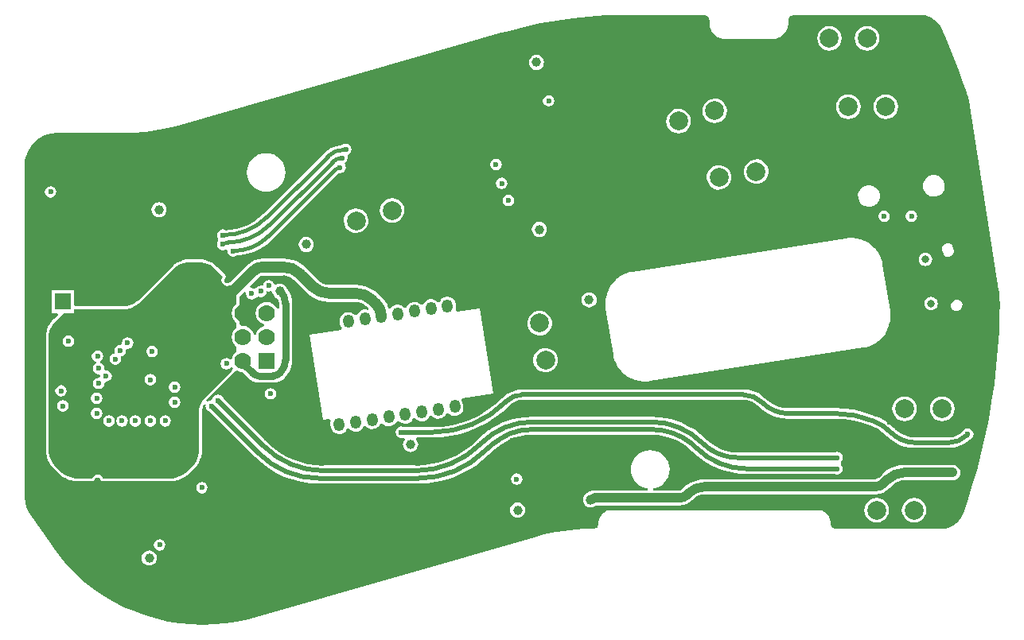
<source format=gbr>
%TF.GenerationSoftware,Altium Limited,Altium Designer,22.6.1 (34)*%
G04 Layer_Physical_Order=3*
G04 Layer_Color=16440176*
%FSLAX45Y45*%
%MOMM*%
%TF.SameCoordinates,EFAF5BE3-474D-4A98-89D0-AE48FBC3E593*%
%TF.FilePolarity,Positive*%
%TF.FileFunction,Copper,L3,Inr,Signal*%
%TF.Part,Single*%
G01*
G75*
%TA.AperFunction,Conductor*%
%ADD11C,0.50000*%
%ADD12C,0.40000*%
%ADD13C,0.80000*%
%ADD15C,1.00000*%
%TA.AperFunction,ComponentPad*%
G04:AMPARAMS|DCode=57|XSize=1.1mm|YSize=2.1mm|CornerRadius=0.55mm|HoleSize=0mm|Usage=FLASHONLY|Rotation=278.887|XOffset=0mm|YOffset=0mm|HoleType=Round|Shape=RoundedRectangle|*
%AMROUNDEDRECTD57*
21,1,1.10000,1.00000,0,0,278.9*
21,1,0.00000,2.10000,0,0,278.9*
1,1,1.10000,-0.49400,-0.07724*
1,1,1.10000,-0.49400,-0.07724*
1,1,1.10000,0.49400,0.07724*
1,1,1.10000,0.49400,0.07724*
%
%ADD57ROUNDEDRECTD57*%
%TA.AperFunction,TestPad*%
G04:AMPARAMS|DCode=58|XSize=1.1mm|YSize=2.1mm|CornerRadius=0.55mm|HoleSize=0mm|Usage=FLASHONLY|Rotation=278.887|XOffset=0mm|YOffset=0mm|HoleType=Round|Shape=RoundedRectangle|*
%AMROUNDEDRECTD58*
21,1,1.10000,1.00000,0,0,278.9*
21,1,0.00000,2.10000,0,0,278.9*
1,1,1.10000,-0.49400,-0.07724*
1,1,1.10000,-0.49400,-0.07724*
1,1,1.10000,0.49400,0.07724*
1,1,1.10000,0.49400,0.07724*
%
%ADD58ROUNDEDRECTD58*%
G04:AMPARAMS|DCode=59|XSize=1.1mm|YSize=2.6mm|CornerRadius=0.55mm|HoleSize=0mm|Usage=FLASHONLY|Rotation=278.887|XOffset=0mm|YOffset=0mm|HoleType=Round|Shape=RoundedRectangle|*
%AMROUNDEDRECTD59*
21,1,1.10000,1.50000,0,0,278.9*
21,1,0.00000,2.60000,0,0,278.9*
1,1,1.10000,-0.74100,-0.11587*
1,1,1.10000,-0.74100,-0.11586*
1,1,1.10000,0.74100,0.11587*
1,1,1.10000,0.74100,0.11586*
%
%ADD59ROUNDEDRECTD59*%
%ADD60R,1.77800X1.77800*%
%ADD61C,1.77800*%
%TA.AperFunction,ComponentPad*%
%ADD62C,2.00000*%
G04:AMPARAMS|DCode=63|XSize=1.2mm|YSize=1.4mm|CornerRadius=0mm|HoleSize=0mm|Usage=FLASHONLY|Rotation=8.887|XOffset=0mm|YOffset=0mm|HoleType=Round|Shape=Round|*
%AMOVALD63*
21,1,0.20000,1.20000,0.00000,0.00000,98.9*
1,1,1.20000,0.01545,-0.09880*
1,1,1.20000,-0.01545,0.09880*
%
%ADD63OVALD63*%

%TA.AperFunction,ViaPad*%
%ADD64C,0.60000*%
%ADD65C,1.00000*%
%ADD66C,0.80000*%
%ADD67C,1.01600*%
%TA.AperFunction,Conductor*%
%ADD68C,1.20000*%
G36*
X7275922Y6534230D02*
X7287364Y6531954D01*
X7298140Y6527491D01*
X7307839Y6521010D01*
X7316087Y6512762D01*
X7322568Y6503062D01*
X7327032Y6492285D01*
X7329308Y6480844D01*
Y6455012D01*
X7329506Y6454016D01*
X7329357Y6453011D01*
X7330031Y6439289D01*
X7330766Y6436357D01*
Y6433334D01*
X7336120Y6406416D01*
X7337657Y6402705D01*
X7338440Y6398765D01*
X7348943Y6373410D01*
X7351175Y6370070D01*
X7352712Y6366359D01*
X7367960Y6343540D01*
X7370799Y6340700D01*
X7373031Y6337359D01*
X7392438Y6317953D01*
X7395777Y6315722D01*
X7398617Y6312882D01*
X7421436Y6297634D01*
X7425148Y6296096D01*
X7428488Y6293865D01*
X7453843Y6283363D01*
X7457783Y6282579D01*
X7461494Y6281042D01*
X7488411Y6275688D01*
X7491434D01*
X7494367Y6274953D01*
X7508089Y6274279D01*
X7509094Y6274428D01*
X7510090Y6274230D01*
X7990090Y6274230D01*
X7991086Y6274428D01*
X7992091Y6274279D01*
X8005813Y6274953D01*
X8008746Y6275688D01*
X8011769D01*
X8038686Y6281042D01*
X8042397Y6282579D01*
X8046337Y6283363D01*
X8071692Y6293865D01*
X8075032Y6296097D01*
X8078743Y6297634D01*
X8101563Y6312882D01*
X8104402Y6315722D01*
X8107743Y6317954D01*
X8127149Y6337360D01*
X8129380Y6340700D01*
X8132220Y6343540D01*
X8147468Y6366359D01*
X8149005Y6370070D01*
X8151237Y6373410D01*
X8161740Y6398766D01*
X8162523Y6402705D01*
X8164060Y6406416D01*
X8169414Y6433334D01*
Y6436357D01*
X8170149Y6439288D01*
X8170823Y6453011D01*
X8170674Y6454016D01*
X8170872Y6455012D01*
Y6480845D01*
X8173148Y6492285D01*
X8177612Y6503061D01*
X8184093Y6512761D01*
X8192340Y6521009D01*
X8202041Y6527490D01*
X8212817Y6531954D01*
X8224258Y6534230D01*
X8230090D01*
X9568893Y6534230D01*
X9587507Y6534230D01*
X9624355Y6528911D01*
X9660062Y6518382D01*
X9693900Y6502858D01*
X9725173Y6482659D01*
X9753238Y6458199D01*
X9777521Y6429979D01*
X9797522Y6398580D01*
X9842032Y6299925D01*
X9911508Y6134705D01*
X9976711Y5967741D01*
X10037589Y5799162D01*
X10065847Y5714120D01*
X10072113Y5695260D01*
X10083070Y5657068D01*
X10092438Y5618443D01*
X10100198Y5579467D01*
X10103268Y5559838D01*
X10409030Y3604360D01*
X10412099Y3584734D01*
X10416607Y3545243D01*
X10419476Y3505611D01*
X10420701Y3465887D01*
X10420491Y3446020D01*
X10419496Y3352080D01*
X10412435Y3164307D01*
X10400309Y2976808D01*
X10383125Y2789693D01*
X10360897Y2603128D01*
X10333638Y2417207D01*
X10301373Y2232104D01*
X10264121Y2047932D01*
X10221915Y1864849D01*
X10174777Y1682955D01*
X10122748Y1502405D01*
X10065864Y1323325D01*
X10035015Y1234584D01*
X10028426Y1215630D01*
X10009569Y1180198D01*
X9985483Y1148092D01*
X9956742Y1120075D01*
X9924032Y1096816D01*
X9888133Y1078869D01*
X9849897Y1066661D01*
X9810238Y1060483D01*
X9790181Y1060483D01*
X8680011Y1060782D01*
X8680005Y1060781D01*
X8680000Y1060782D01*
X8674167D01*
X8662726Y1063058D01*
X8651950Y1067521D01*
X8642251Y1074002D01*
X8634002Y1082252D01*
X8627521Y1091950D01*
X8623058Y1102727D01*
X8620782Y1114167D01*
Y1120000D01*
X8620584Y1120996D01*
X8620733Y1122002D01*
X8620251Y1131803D01*
X8619517Y1134735D01*
Y1137758D01*
X8615692Y1156985D01*
X8614155Y1160696D01*
X8613372Y1164635D01*
X8605870Y1182746D01*
X8603638Y1186086D01*
X8602101Y1189798D01*
X8591209Y1206097D01*
X8588370Y1208937D01*
X8586138Y1212277D01*
X8572277Y1226138D01*
X8568937Y1228369D01*
X8566097Y1231210D01*
X8549797Y1242101D01*
X8546086Y1243639D01*
X8542746Y1245870D01*
X8524635Y1253372D01*
X8520696Y1254155D01*
X8516984Y1255693D01*
X8497758Y1259517D01*
X8494735D01*
X8491803Y1260252D01*
X8482001Y1260733D01*
X8480996Y1260584D01*
X8480000Y1260782D01*
X6290000D01*
X6289004Y1260584D01*
X6287999Y1260733D01*
X6278197Y1260252D01*
X6275265Y1259517D01*
X6272242D01*
X6253015Y1255693D01*
X6249304Y1254155D01*
X6245365Y1253372D01*
X6227254Y1245870D01*
X6223914Y1243639D01*
X6220202Y1242101D01*
X6203903Y1231210D01*
X6201063Y1228370D01*
X6197723Y1226138D01*
X6183862Y1212277D01*
X6181631Y1208938D01*
X6178790Y1206097D01*
X6167899Y1189798D01*
X6166361Y1186086D01*
X6164130Y1182746D01*
X6156628Y1164635D01*
X6155844Y1160696D01*
X6154307Y1156985D01*
X6150483Y1137758D01*
Y1134735D01*
X6149748Y1131802D01*
X6149267Y1122000D01*
X6149416Y1120996D01*
X6149218Y1120000D01*
Y1114168D01*
X6146942Y1102727D01*
X6142478Y1091950D01*
X6135998Y1082252D01*
X6127748Y1074002D01*
X6118050Y1067522D01*
X6107273Y1063058D01*
X6095833Y1060782D01*
X6090000D01*
X6089804Y1060743D01*
X6089608Y1060780D01*
X6058493Y1060481D01*
X6058334Y1060448D01*
X6058173Y1060477D01*
X5988374Y1059258D01*
X5987315Y1059029D01*
X5986241Y1059165D01*
X5846983Y1049427D01*
X5845592Y1049048D01*
X5844152Y1049130D01*
X5705913Y1029702D01*
X5704551Y1029226D01*
X5703109Y1029207D01*
X5566562Y1000183D01*
X5565567Y999756D01*
X5564486Y999685D01*
X5497055Y981617D01*
X5496730Y981457D01*
X5496369Y981427D01*
X2480492Y116638D01*
X2421497Y99721D01*
X2301627Y73340D01*
X2180334Y54512D01*
X2058107Y43314D01*
X1935414Y39787D01*
X1812743Y43945D01*
X1690571Y55773D01*
X1569382Y75224D01*
X1449643Y102223D01*
X1331833Y136662D01*
X1216411Y178405D01*
X1103821Y227294D01*
X994515Y283133D01*
X888922Y345700D01*
X787447Y414757D01*
X690493Y490029D01*
X598445Y571218D01*
X511650Y658017D01*
X430464Y750071D01*
X355200Y847024D01*
X320674Y897764D01*
X103029Y1217616D01*
X103028Y1217617D01*
X87907Y1239839D01*
X64616Y1288287D01*
X48794Y1339664D01*
X40794Y1392822D01*
Y1419701D01*
Y4919701D01*
Y4943246D01*
X46940Y4989930D01*
X59128Y5035415D01*
X77148Y5078919D01*
X100692Y5119699D01*
X129358Y5157057D01*
X162656Y5190355D01*
X200012Y5219019D01*
X240795Y5242565D01*
X284297Y5260585D01*
X329782Y5272772D01*
X376467Y5278918D01*
X400012Y5278919D01*
X1118930D01*
X1119285Y5278989D01*
X1119642Y5278925D01*
X1189441Y5280143D01*
X1190499Y5280373D01*
X1191574Y5280236D01*
X1330832Y5289974D01*
X1332223Y5290353D01*
X1333663Y5290272D01*
X1471902Y5309700D01*
X1473264Y5310175D01*
X1474705Y5310194D01*
X1611253Y5339218D01*
X1612248Y5339646D01*
X1613329Y5339717D01*
X1680760Y5357785D01*
X1681085Y5357945D01*
X1681446Y5357975D01*
X5113562Y6342118D01*
X5196768Y6365977D01*
X5364761Y6407863D01*
X5534095Y6443856D01*
X5704602Y6473921D01*
X5876038Y6498014D01*
X6048214Y6516111D01*
X6220925Y6528188D01*
X6393943Y6534230D01*
X6480508Y6534230D01*
X7270088D01*
X7275922Y6534230D01*
D02*
G37*
%LPC*%
G36*
X9007500Y6416122D02*
X8973563Y6411654D01*
X8941939Y6398555D01*
X8914783Y6377717D01*
X8893945Y6350561D01*
X8880846Y6318937D01*
X8876378Y6285000D01*
X8880846Y6251064D01*
X8893945Y6219439D01*
X8914783Y6192283D01*
X8941939Y6171446D01*
X8973563Y6158347D01*
X9007500Y6153879D01*
X9041437Y6158347D01*
X9073061Y6171446D01*
X9100217Y6192283D01*
X9121055Y6219439D01*
X9134154Y6251064D01*
X9138622Y6285000D01*
X9134154Y6318937D01*
X9121055Y6350561D01*
X9100217Y6377717D01*
X9073061Y6398555D01*
X9041437Y6411654D01*
X9007500Y6416122D01*
D02*
G37*
G36*
X8607500D02*
X8573563Y6411654D01*
X8541939Y6398555D01*
X8514783Y6377717D01*
X8493945Y6350561D01*
X8480846Y6318937D01*
X8476378Y6285000D01*
X8480846Y6251064D01*
X8493945Y6219439D01*
X8514783Y6192283D01*
X8541939Y6171446D01*
X8573563Y6158347D01*
X8607500Y6153879D01*
X8641436Y6158347D01*
X8673061Y6171446D01*
X8700217Y6192283D01*
X8721054Y6219439D01*
X8734153Y6251064D01*
X8738621Y6285000D01*
X8734153Y6318937D01*
X8721054Y6350561D01*
X8700217Y6377717D01*
X8673061Y6398555D01*
X8641436Y6411654D01*
X8607500Y6416122D01*
D02*
G37*
G36*
X5490000Y6110690D02*
X5469116Y6107941D01*
X5449655Y6099880D01*
X5432943Y6087056D01*
X5420120Y6070345D01*
X5412059Y6050884D01*
X5409310Y6030000D01*
X5412059Y6009116D01*
X5420120Y5989655D01*
X5432943Y5972943D01*
X5449655Y5960120D01*
X5469116Y5952059D01*
X5490000Y5949310D01*
X5510884Y5952059D01*
X5530345Y5960120D01*
X5547056Y5972943D01*
X5559880Y5989655D01*
X5567941Y6009116D01*
X5570690Y6030000D01*
X5567941Y6050884D01*
X5559880Y6070345D01*
X5547056Y6087056D01*
X5530345Y6099880D01*
X5510884Y6107941D01*
X5490000Y6110690D01*
D02*
G37*
G36*
X5620000Y5681175D02*
X5596589Y5676519D01*
X5576742Y5663257D01*
X5563481Y5643411D01*
X5558825Y5620000D01*
X5563481Y5596589D01*
X5576742Y5576742D01*
X5596589Y5563481D01*
X5620000Y5558825D01*
X5643411Y5563481D01*
X5663257Y5576742D01*
X5676519Y5596589D01*
X5681175Y5620000D01*
X5676519Y5643411D01*
X5663257Y5663257D01*
X5643411Y5676519D01*
X5620000Y5681175D01*
D02*
G37*
G36*
X9207500Y5686122D02*
X9173563Y5681654D01*
X9141939Y5668555D01*
X9114783Y5647717D01*
X9093945Y5620561D01*
X9080846Y5588937D01*
X9076378Y5555000D01*
X9080846Y5521063D01*
X9093945Y5489439D01*
X9114783Y5462283D01*
X9141939Y5441445D01*
X9173563Y5428346D01*
X9207500Y5423878D01*
X9241437Y5428346D01*
X9273061Y5441445D01*
X9300217Y5462283D01*
X9321055Y5489439D01*
X9334154Y5521063D01*
X9338622Y5555000D01*
X9334154Y5588937D01*
X9321055Y5620561D01*
X9300217Y5647717D01*
X9273061Y5668555D01*
X9241437Y5681654D01*
X9207500Y5686122D01*
D02*
G37*
G36*
X8807500D02*
X8773563Y5681654D01*
X8741939Y5668555D01*
X8714783Y5647717D01*
X8693945Y5620561D01*
X8680846Y5588937D01*
X8676378Y5555000D01*
X8680846Y5521063D01*
X8693945Y5489439D01*
X8714783Y5462283D01*
X8741939Y5441445D01*
X8773563Y5428346D01*
X8807500Y5423878D01*
X8841436Y5428346D01*
X8873061Y5441445D01*
X8900217Y5462283D01*
X8921055Y5489439D01*
X8934154Y5521063D01*
X8938621Y5555000D01*
X8934154Y5588937D01*
X8921055Y5620561D01*
X8900217Y5647717D01*
X8873061Y5668555D01*
X8841436Y5681654D01*
X8807500Y5686122D01*
D02*
G37*
G36*
X7382831Y5643354D02*
X7348968Y5638361D01*
X7317550Y5624774D01*
X7290720Y5603519D01*
X7270305Y5576043D01*
X7257697Y5544220D01*
X7253755Y5510218D01*
X7258747Y5476355D01*
X7272334Y5444937D01*
X7293590Y5418107D01*
X7321066Y5397692D01*
X7352889Y5385084D01*
X7386891Y5381142D01*
X7420754Y5386135D01*
X7452172Y5399722D01*
X7479002Y5420977D01*
X7499417Y5448453D01*
X7512025Y5480276D01*
X7515967Y5514278D01*
X7510974Y5548141D01*
X7497387Y5579559D01*
X7476131Y5606389D01*
X7448656Y5626804D01*
X7416833Y5639412D01*
X7382831Y5643354D01*
D02*
G37*
G36*
X6998109Y5533858D02*
X6964246Y5528865D01*
X6932828Y5515278D01*
X6905998Y5494023D01*
X6885583Y5466547D01*
X6872975Y5434724D01*
X6869033Y5400722D01*
X6874026Y5366858D01*
X6887613Y5335441D01*
X6908869Y5308610D01*
X6936344Y5288196D01*
X6968167Y5275588D01*
X7002169Y5271646D01*
X7036032Y5276638D01*
X7067450Y5290225D01*
X7094280Y5311481D01*
X7114695Y5338957D01*
X7127303Y5370779D01*
X7131245Y5404782D01*
X7126252Y5438645D01*
X7112665Y5470062D01*
X7091410Y5496893D01*
X7063934Y5517308D01*
X7032111Y5529916D01*
X6998109Y5533858D01*
D02*
G37*
G36*
X5060000Y5001175D02*
X5036589Y4996519D01*
X5016743Y4983257D01*
X5003481Y4963411D01*
X4998825Y4940000D01*
X5003481Y4916589D01*
X5016743Y4896743D01*
X5036589Y4883481D01*
X5060000Y4878825D01*
X5083411Y4883481D01*
X5103258Y4896743D01*
X5116519Y4916589D01*
X5121175Y4940000D01*
X5116519Y4963411D01*
X5103258Y4983257D01*
X5083411Y4996519D01*
X5060000Y5001175D01*
D02*
G37*
G36*
X3460000Y5161175D02*
X3436589Y5156519D01*
X3425974Y5149426D01*
X3397507Y5147186D01*
X3350979Y5136015D01*
X3306770Y5117704D01*
X3265971Y5092702D01*
X3229836Y5061839D01*
X3229557Y5061653D01*
X2585174Y4417270D01*
X2583694Y4415055D01*
X2535169Y4371690D01*
X2480098Y4332616D01*
X2421000Y4299953D01*
X2358615Y4274112D01*
X2293730Y4255419D01*
X2227160Y4244109D01*
X2180905Y4241511D01*
X2173411Y4246519D01*
X2150000Y4251175D01*
X2126589Y4246519D01*
X2106743Y4233257D01*
X2093481Y4213411D01*
X2088825Y4190000D01*
X2093481Y4166589D01*
X2101682Y4154315D01*
X2105122Y4140000D01*
X2101682Y4125685D01*
X2093481Y4113411D01*
X2088825Y4090000D01*
X2093481Y4066589D01*
X2106743Y4046742D01*
X2126589Y4033481D01*
X2150000Y4028825D01*
X2173411Y4033481D01*
X2181919Y4039166D01*
X2200206Y4026947D01*
X2198825Y4020000D01*
X2203481Y3996589D01*
X2216743Y3976743D01*
X2236589Y3963481D01*
X2260000Y3958825D01*
X2283411Y3963481D01*
X2294705Y3971028D01*
X2336015Y3973735D01*
X2410729Y3988597D01*
X2482865Y4013083D01*
X2551187Y4046776D01*
X2614526Y4089098D01*
X2656941Y4126295D01*
X2671800Y4139325D01*
X2671916Y4139457D01*
X2671916Y4139458D01*
Y4139820D01*
X3384086Y4851990D01*
X3400000Y4848825D01*
X3423411Y4853481D01*
X3443258Y4866743D01*
X3456519Y4886589D01*
X3461175Y4910000D01*
X3456519Y4933411D01*
X3453632Y4937732D01*
X3443465Y4953398D01*
X3458811Y4963771D01*
X3463257Y4966742D01*
X3476519Y4986589D01*
X3481175Y5010000D01*
X3478819Y5021849D01*
X3482634Y5039823D01*
X3490890Y5048478D01*
X3503257Y5056742D01*
X3516519Y5076589D01*
X3521175Y5100000D01*
X3516519Y5123411D01*
X3503257Y5143257D01*
X3483411Y5156519D01*
X3460000Y5161175D01*
D02*
G37*
G36*
X7841561Y4996274D02*
X7807342Y4995445D01*
X7774503Y4985788D01*
X7745282Y4967961D01*
X7721671Y4943178D01*
X7705278Y4913129D01*
X7697222Y4879861D01*
X7698051Y4845641D01*
X7707708Y4812802D01*
X7725535Y4783581D01*
X7750317Y4759970D01*
X7780367Y4743578D01*
X7813635Y4735521D01*
X7847855Y4736350D01*
X7880694Y4746007D01*
X7909915Y4763834D01*
X7933526Y4788617D01*
X7949918Y4818666D01*
X7957974Y4851934D01*
X7957146Y4886154D01*
X7947489Y4918993D01*
X7929662Y4948214D01*
X7904879Y4971825D01*
X7874830Y4988217D01*
X7841561Y4996274D01*
D02*
G37*
G36*
X5120000Y4801175D02*
X5096589Y4796519D01*
X5076742Y4783257D01*
X5063481Y4763411D01*
X5058825Y4740000D01*
X5063481Y4716589D01*
X5076742Y4696742D01*
X5096589Y4683481D01*
X5120000Y4678825D01*
X5143411Y4683481D01*
X5163257Y4696742D01*
X5176519Y4716589D01*
X5181175Y4740000D01*
X5176519Y4763411D01*
X5163257Y4783257D01*
X5143411Y4796519D01*
X5120000Y4801175D01*
D02*
G37*
G36*
X7446363Y4934480D02*
X7412144Y4933651D01*
X7379305Y4923994D01*
X7350084Y4906167D01*
X7326473Y4881384D01*
X7310080Y4851335D01*
X7302024Y4818067D01*
X7302853Y4783847D01*
X7312510Y4751008D01*
X7330337Y4721787D01*
X7355119Y4698176D01*
X7385169Y4681784D01*
X7418437Y4673727D01*
X7452656Y4674556D01*
X7485496Y4684213D01*
X7514716Y4702040D01*
X7538328Y4726823D01*
X7554720Y4756872D01*
X7562776Y4790140D01*
X7561948Y4824360D01*
X7552291Y4857199D01*
X7534464Y4886419D01*
X7509681Y4910031D01*
X7479631Y4926423D01*
X7446363Y4934480D01*
D02*
G37*
G36*
X2613200Y5062192D02*
X2573013Y5058234D01*
X2534370Y5046512D01*
X2498757Y5027476D01*
X2467542Y5001858D01*
X2441924Y4970643D01*
X2422888Y4935030D01*
X2411166Y4896387D01*
X2407208Y4856200D01*
X2411166Y4816013D01*
X2422888Y4777370D01*
X2441924Y4741757D01*
X2467542Y4710542D01*
X2498757Y4684924D01*
X2534370Y4665889D01*
X2573013Y4654166D01*
X2613200Y4650208D01*
X2653387Y4654166D01*
X2692030Y4665889D01*
X2727643Y4684924D01*
X2758858Y4710542D01*
X2784476Y4741757D01*
X2803512Y4777370D01*
X2815234Y4816013D01*
X2819192Y4856200D01*
X2815234Y4896387D01*
X2803512Y4935030D01*
X2784476Y4970643D01*
X2758858Y5001858D01*
X2727643Y5027476D01*
X2692030Y5046512D01*
X2653387Y5058234D01*
X2613200Y5062192D01*
D02*
G37*
G36*
X9731449Y4828471D02*
X9701177Y4827738D01*
X9672127Y4819196D01*
X9646278Y4803425D01*
X9625391Y4781502D01*
X9610891Y4754920D01*
X9603764Y4725491D01*
X9604497Y4695220D01*
X9613039Y4666169D01*
X9628810Y4640320D01*
X9650733Y4619434D01*
X9677315Y4604933D01*
X9706744Y4597806D01*
X9737015Y4598539D01*
X9766066Y4607081D01*
X9791915Y4622852D01*
X9812801Y4644775D01*
X9827302Y4671357D01*
X9834429Y4700786D01*
X9833696Y4731058D01*
X9825154Y4760108D01*
X9809383Y4785957D01*
X9787460Y4806844D01*
X9760878Y4821344D01*
X9731449Y4828471D01*
D02*
G37*
G36*
X320000Y4711175D02*
X296589Y4706519D01*
X276743Y4693258D01*
X263481Y4673411D01*
X258825Y4650000D01*
X263481Y4626589D01*
X276743Y4606743D01*
X296589Y4593481D01*
X320000Y4588825D01*
X343411Y4593481D01*
X363258Y4606743D01*
X376519Y4626589D01*
X381176Y4650000D01*
X376519Y4673411D01*
X363258Y4693258D01*
X343411Y4706519D01*
X320000Y4711175D01*
D02*
G37*
G36*
X5190000Y4621175D02*
X5166589Y4616519D01*
X5146743Y4603257D01*
X5133481Y4583411D01*
X5128825Y4560000D01*
X5133481Y4536589D01*
X5146743Y4516743D01*
X5166589Y4503481D01*
X5190000Y4498825D01*
X5213411Y4503481D01*
X5233258Y4516743D01*
X5246519Y4536589D01*
X5251175Y4560000D01*
X5246519Y4583411D01*
X5233258Y4603257D01*
X5213411Y4616519D01*
X5190000Y4621175D01*
D02*
G37*
G36*
X9039852Y4720332D02*
X9009581Y4719599D01*
X8980531Y4711057D01*
X8954682Y4695286D01*
X8933795Y4673363D01*
X8919294Y4646781D01*
X8912167Y4617352D01*
X8912900Y4587080D01*
X8921443Y4558030D01*
X8937213Y4532181D01*
X8959136Y4511295D01*
X8985718Y4496794D01*
X9015148Y4489667D01*
X9045419Y4490400D01*
X9074469Y4498942D01*
X9100318Y4514713D01*
X9121205Y4536636D01*
X9135706Y4563218D01*
X9142833Y4592647D01*
X9142100Y4622918D01*
X9133557Y4651969D01*
X9117787Y4677818D01*
X9095863Y4698704D01*
X9069281Y4713205D01*
X9039852Y4720332D01*
D02*
G37*
G36*
X1474142Y4540690D02*
X1453258Y4537941D01*
X1433797Y4529880D01*
X1417086Y4517056D01*
X1404262Y4500345D01*
X1396201Y4480884D01*
X1393452Y4460000D01*
X1396201Y4439116D01*
X1404262Y4419655D01*
X1417086Y4402943D01*
X1433797Y4390120D01*
X1453258Y4382059D01*
X1474142Y4379310D01*
X1495026Y4382059D01*
X1514487Y4390120D01*
X1531199Y4402943D01*
X1544022Y4419655D01*
X1552083Y4439116D01*
X1554832Y4460000D01*
X1552083Y4480884D01*
X1544022Y4500345D01*
X1531199Y4517056D01*
X1514487Y4529880D01*
X1495026Y4537941D01*
X1474142Y4540690D01*
D02*
G37*
G36*
X9480000Y4451176D02*
X9456589Y4446519D01*
X9436743Y4433258D01*
X9423481Y4413411D01*
X9418825Y4390000D01*
X9423481Y4366589D01*
X9436743Y4346743D01*
X9456589Y4333481D01*
X9480000Y4328825D01*
X9503411Y4333481D01*
X9523258Y4346743D01*
X9536519Y4366589D01*
X9541175Y4390000D01*
X9536519Y4413411D01*
X9523258Y4433258D01*
X9503411Y4446519D01*
X9480000Y4451176D01*
D02*
G37*
G36*
X9190000D02*
X9166589Y4446519D01*
X9146742Y4433258D01*
X9133481Y4413411D01*
X9128825Y4390000D01*
X9133481Y4366589D01*
X9146742Y4346743D01*
X9166589Y4333481D01*
X9190000Y4328825D01*
X9213411Y4333481D01*
X9233257Y4346743D01*
X9246519Y4366589D01*
X9251175Y4390000D01*
X9246519Y4413411D01*
X9233257Y4433258D01*
X9213411Y4446519D01*
X9190000Y4451176D01*
D02*
G37*
G36*
X3952831Y4583354D02*
X3918968Y4578361D01*
X3887550Y4564774D01*
X3860719Y4543519D01*
X3840305Y4516043D01*
X3827697Y4484220D01*
X3823755Y4450218D01*
X3828747Y4416355D01*
X3842334Y4384937D01*
X3863590Y4358107D01*
X3891066Y4337692D01*
X3922889Y4325084D01*
X3956891Y4321142D01*
X3990754Y4326135D01*
X4022172Y4339722D01*
X4049002Y4360978D01*
X4069417Y4388453D01*
X4082025Y4420276D01*
X4085967Y4454278D01*
X4080974Y4488141D01*
X4067387Y4519559D01*
X4046131Y4546389D01*
X4018656Y4566804D01*
X3986833Y4579412D01*
X3952831Y4583354D01*
D02*
G37*
G36*
X3568109Y4473858D02*
X3534246Y4468865D01*
X3502828Y4455278D01*
X3475998Y4434022D01*
X3455583Y4406547D01*
X3442975Y4374724D01*
X3439033Y4340722D01*
X3444026Y4306859D01*
X3457613Y4275441D01*
X3478869Y4248611D01*
X3506344Y4228196D01*
X3538167Y4215588D01*
X3572169Y4211646D01*
X3606032Y4216639D01*
X3637450Y4230225D01*
X3664280Y4251481D01*
X3684695Y4278957D01*
X3697303Y4310780D01*
X3701245Y4344782D01*
X3696252Y4378645D01*
X3682665Y4410063D01*
X3661410Y4436893D01*
X3633934Y4457308D01*
X3602111Y4469916D01*
X3568109Y4473858D01*
D02*
G37*
G36*
X5520000Y4330690D02*
X5499116Y4327941D01*
X5479655Y4319880D01*
X5462943Y4307056D01*
X5450120Y4290345D01*
X5442059Y4270884D01*
X5439310Y4250000D01*
X5442059Y4229116D01*
X5450120Y4209655D01*
X5462943Y4192943D01*
X5479655Y4180120D01*
X5499116Y4172059D01*
X5520000Y4169310D01*
X5540884Y4172059D01*
X5560345Y4180120D01*
X5577056Y4192943D01*
X5589880Y4209655D01*
X5597941Y4229116D01*
X5600690Y4250000D01*
X5597941Y4270884D01*
X5589880Y4290345D01*
X5577056Y4307056D01*
X5560345Y4319880D01*
X5540884Y4327941D01*
X5520000Y4330690D01*
D02*
G37*
G36*
X8849067Y4161009D02*
X8809752Y4160058D01*
X8807127Y4159469D01*
X8804439Y4159580D01*
X8785012Y4156543D01*
X8785011Y4156542D01*
X6512623Y3801227D01*
X6512622D01*
X6493195Y3798190D01*
X6490670Y3797263D01*
X6487990Y3797023D01*
X6450262Y3785928D01*
X6447878Y3784680D01*
X6445253Y3784091D01*
X6409296Y3768167D01*
X6407095Y3766619D01*
X6404570Y3765692D01*
X6370998Y3745211D01*
X6369018Y3743388D01*
X6366635Y3742140D01*
X6336024Y3717452D01*
X6334300Y3715387D01*
X6332100Y3713838D01*
X6304973Y3685366D01*
X6303533Y3683093D01*
X6301554Y3681271D01*
X6278376Y3649501D01*
X6277245Y3647061D01*
X6275520Y3644995D01*
X6256688Y3610472D01*
X6255885Y3607904D01*
X6254445Y3605632D01*
X6240279Y3568946D01*
X6239818Y3566295D01*
X6238687Y3563854D01*
X6229431Y3525632D01*
X6229320Y3522945D01*
X6228517Y3520377D01*
X6224329Y3481274D01*
X6224570Y3478595D01*
X6224109Y3475944D01*
X6225061Y3436630D01*
X6225650Y3434004D01*
X6225539Y3431316D01*
X6228576Y3411890D01*
X6228576Y3411889D01*
X6305819Y2917893D01*
Y2917892D01*
X6308856Y2898465D01*
X6309783Y2895939D01*
X6310023Y2893259D01*
X6321118Y2855531D01*
X6322366Y2853147D01*
X6322955Y2850522D01*
X6338879Y2814564D01*
X6340428Y2812364D01*
X6341354Y2809838D01*
X6361835Y2776267D01*
X6363658Y2774287D01*
X6364906Y2771904D01*
X6389594Y2741293D01*
X6391660Y2739569D01*
X6393208Y2737369D01*
X6421680Y2710242D01*
X6423953Y2708802D01*
X6425775Y2706823D01*
X6457545Y2683645D01*
X6459986Y2682514D01*
X6462051Y2680789D01*
X6496574Y2661956D01*
X6499142Y2661153D01*
X6501415Y2659713D01*
X6538101Y2645547D01*
X6540752Y2645087D01*
X6543193Y2643955D01*
X6581414Y2634700D01*
X6584102Y2634589D01*
X6586670Y2633786D01*
X6625772Y2629598D01*
X6628452Y2629839D01*
X6631102Y2629378D01*
X6670417Y2630330D01*
X6673043Y2630919D01*
X6675730Y2630808D01*
X6695157Y2633845D01*
X6695158Y2633845D01*
X8967545Y2989160D01*
X8967547D01*
X8986974Y2992198D01*
X8989499Y2993124D01*
X8992179Y2993365D01*
X9029907Y3004460D01*
X9032291Y3005708D01*
X9034916Y3006296D01*
X9070873Y3022221D01*
X9073074Y3023769D01*
X9075600Y3024695D01*
X9109171Y3045177D01*
X9111150Y3046999D01*
X9113533Y3048247D01*
X9144145Y3072935D01*
X9145869Y3075001D01*
X9148069Y3076549D01*
X9175196Y3105022D01*
X9176636Y3107295D01*
X9178615Y3109116D01*
X9201793Y3140886D01*
X9202924Y3143327D01*
X9204648Y3145392D01*
X9223481Y3179915D01*
X9224284Y3182483D01*
X9225725Y3184756D01*
X9239890Y3221442D01*
X9240351Y3224093D01*
X9241482Y3226534D01*
X9250738Y3264755D01*
X9250849Y3267443D01*
X9251652Y3270011D01*
X9255840Y3309113D01*
X9255599Y3311793D01*
X9256060Y3314443D01*
X9255108Y3353758D01*
X9254519Y3356384D01*
X9254630Y3359072D01*
X9251593Y3378498D01*
X9174350Y3872496D01*
X9171312Y3891923D01*
X9170386Y3894449D01*
X9170145Y3897128D01*
X9159051Y3934857D01*
X9157803Y3937241D01*
X9157214Y3939866D01*
X9141290Y3975823D01*
X9139741Y3978023D01*
X9138815Y3980550D01*
X9118333Y4014121D01*
X9116511Y4016100D01*
X9115263Y4018483D01*
X9090575Y4049094D01*
X9088509Y4050819D01*
X9086961Y4053019D01*
X9058489Y4080146D01*
X9056216Y4081586D01*
X9054394Y4083565D01*
X9022624Y4106743D01*
X9020183Y4107874D01*
X9018118Y4109598D01*
X8983595Y4128431D01*
X8981028Y4129234D01*
X8978754Y4130674D01*
X8942068Y4144840D01*
X8939417Y4145301D01*
X8936976Y4146432D01*
X8898755Y4155688D01*
X8896068Y4155799D01*
X8893500Y4156602D01*
X8854397Y4160789D01*
X8851718Y4160549D01*
X8849067Y4161009D01*
D02*
G37*
G36*
X3040000Y4170690D02*
X3019116Y4167941D01*
X2999655Y4159880D01*
X2982943Y4147056D01*
X2970120Y4130345D01*
X2962059Y4110884D01*
X2959310Y4090000D01*
X2962059Y4069116D01*
X2970120Y4049655D01*
X2982943Y4032943D01*
X2999655Y4020120D01*
X3019116Y4012059D01*
X3040000Y4009310D01*
X3060884Y4012059D01*
X3080345Y4020120D01*
X3097057Y4032943D01*
X3109880Y4049655D01*
X3117941Y4069116D01*
X3120690Y4090000D01*
X3117941Y4110884D01*
X3109880Y4130345D01*
X3097057Y4147056D01*
X3080345Y4159880D01*
X3060884Y4167941D01*
X3040000Y4170690D01*
D02*
G37*
G36*
X9857763Y4105185D02*
X9835353Y4096967D01*
X9817793Y4080799D01*
X9807757Y4059142D01*
X9806773Y4035293D01*
X9810635Y4010593D01*
X9818852Y3988182D01*
X9835020Y3970623D01*
X9856677Y3960586D01*
X9880527Y3959602D01*
X9902937Y3967820D01*
X9920497Y3983988D01*
X9930533Y4005645D01*
X9931517Y4029494D01*
X9927655Y4054194D01*
X9919437Y4076605D01*
X9903269Y4094164D01*
X9881612Y4104201D01*
X9857763Y4105185D01*
D02*
G37*
G36*
X9630000Y4000604D02*
X9611727Y3998198D01*
X9594698Y3991145D01*
X9580076Y3979924D01*
X9568855Y3965302D01*
X9561802Y3948274D01*
X9559396Y3930000D01*
X9561802Y3911726D01*
X9568855Y3894698D01*
X9580076Y3880076D01*
X9594698Y3868855D01*
X9611727Y3861802D01*
X9630000Y3859396D01*
X9648274Y3861802D01*
X9665302Y3868855D01*
X9679925Y3880076D01*
X9691145Y3894698D01*
X9698198Y3911726D01*
X9700604Y3930000D01*
X9698198Y3948274D01*
X9691145Y3965302D01*
X9679925Y3979924D01*
X9665302Y3991145D01*
X9648274Y3998198D01*
X9630000Y4000604D01*
D02*
G37*
G36*
X2580000Y3941136D02*
X2533961Y3936602D01*
X2489691Y3923172D01*
X2448891Y3901365D01*
X2428407Y3884554D01*
X2413174Y3872054D01*
X2413130Y3872016D01*
X2413384Y3871762D01*
X2227261Y3685639D01*
X2223222Y3685991D01*
X2221939Y3685586D01*
X2220595D01*
X2216289Y3683802D01*
X2211841Y3682399D01*
X2211790Y3682356D01*
X2199999Y3680011D01*
X2188523Y3682294D01*
X2178794Y3688795D01*
X2172294Y3698523D01*
X2170011Y3709999D01*
X2172294Y3721476D01*
X2178169Y3730269D01*
X2179322Y3733052D01*
X2180996Y3735557D01*
X2181584Y3738513D01*
X2182737Y3741295D01*
X2182737Y3744307D01*
X2183325Y3747263D01*
X2182737Y3750218D01*
X2182737Y3753230D01*
X2181584Y3756014D01*
X2180996Y3758968D01*
X2179323Y3761473D01*
X2178170Y3764256D01*
X2176040Y3766386D01*
X2174366Y3768892D01*
X2096024Y3847234D01*
X2096022Y3847235D01*
X2078334Y3864923D01*
X2075829Y3866597D01*
X2073699Y3868727D01*
X2032097Y3896525D01*
X2029313Y3897678D01*
X2026809Y3899351D01*
X1980584Y3918498D01*
X1977630Y3919086D01*
X1974846Y3920239D01*
X1925774Y3930000D01*
X1922761D01*
X1919806Y3930588D01*
X1776222D01*
X1773267Y3930000D01*
X1770255D01*
X1723613Y3920722D01*
X1720829Y3919569D01*
X1717875Y3918981D01*
X1673939Y3900783D01*
X1671434Y3899109D01*
X1668650Y3897956D01*
X1629109Y3871536D01*
X1626979Y3869405D01*
X1624474Y3867732D01*
X1607661Y3850919D01*
X1607660Y3850918D01*
X1253297Y3496555D01*
X1237056Y3481835D01*
X1200035Y3457098D01*
X1159600Y3440349D01*
X1115932Y3431663D01*
X1094039Y3430588D01*
X576222D01*
X568900Y3449660D01*
Y3598900D01*
X331100D01*
Y3361100D01*
X391293D01*
X399069Y3342327D01*
X352766Y3296024D01*
X352765Y3296022D01*
X335076Y3278334D01*
X333402Y3275829D01*
X331272Y3273699D01*
X303475Y3232097D01*
X302322Y3229313D01*
X300649Y3226809D01*
X281502Y3180584D01*
X280914Y3177629D01*
X279761Y3174846D01*
X270000Y3125774D01*
Y3122761D01*
X269412Y3119806D01*
Y3094790D01*
Y1905210D01*
Y1880193D01*
X270000Y1877239D01*
Y1874226D01*
X279761Y1825154D01*
X280914Y1822370D01*
X281502Y1819415D01*
X300649Y1773191D01*
X302322Y1770687D01*
X303475Y1767902D01*
X331272Y1726301D01*
X333403Y1724171D01*
X335076Y1721666D01*
X421666Y1635076D01*
X424171Y1633403D01*
X426301Y1631273D01*
X467902Y1603475D01*
X470686Y1602322D01*
X473191Y1600649D01*
X519416Y1581502D01*
X522370Y1580914D01*
X525154Y1579761D01*
X574226Y1570000D01*
X577238D01*
X580193Y1569412D01*
X762803D01*
X765758Y1570000D01*
X768770D01*
X771554Y1571153D01*
X774508Y1571741D01*
X777013Y1573414D01*
X779797Y1574567D01*
X781927Y1576697D01*
X784432Y1578371D01*
X786106Y1580876D01*
X788236Y1583006D01*
X789389Y1585790D01*
X791062Y1588295D01*
X791441Y1590199D01*
X798795Y1601205D01*
X808524Y1607706D01*
X820000Y1609988D01*
X831476Y1607706D01*
X841205Y1601205D01*
X848559Y1590199D01*
X848938Y1588295D01*
X850612Y1585790D01*
X851765Y1583006D01*
X853895Y1580876D01*
X855569Y1578371D01*
X858074Y1576697D01*
X860204Y1574567D01*
X862987Y1573414D01*
X865492Y1571741D01*
X868447Y1571153D01*
X871230Y1570000D01*
X874243D01*
X877197Y1569412D01*
X1619807D01*
X1622761Y1570000D01*
X1625774D01*
X1674846Y1579761D01*
X1677629Y1580914D01*
X1680584Y1581502D01*
X1726809Y1600649D01*
X1729313Y1602322D01*
X1732097Y1603475D01*
X1773699Y1631273D01*
X1775829Y1633403D01*
X1778334Y1635077D01*
X1847234Y1703976D01*
X1847234Y1703977D01*
X1864923Y1721666D01*
X1866597Y1724171D01*
X1868727Y1726301D01*
X1896525Y1767902D01*
X1897678Y1770686D01*
X1899351Y1773191D01*
X1918498Y1819416D01*
X1919086Y1822370D01*
X1920239Y1825154D01*
X1930000Y1874226D01*
Y1877239D01*
X1930588Y1880193D01*
Y1905210D01*
Y2299249D01*
X1931602Y2319909D01*
X1939808Y2361159D01*
X1952390Y2391535D01*
X1971929Y2385608D01*
X1968825Y2370000D01*
X1973481Y2346589D01*
X1986743Y2326743D01*
X2006589Y2313481D01*
X2007368Y2313326D01*
X2481759Y1838935D01*
X2495272Y1825308D01*
Y1825307D01*
X2495273Y1825308D01*
X2565149Y1761976D01*
X2640897Y1705798D01*
X2721786Y1657314D01*
X2807039Y1616993D01*
X2895832Y1585222D01*
X2987313Y1562308D01*
X3080599Y1548470D01*
X3154845Y1544822D01*
X3174793Y1543842D01*
Y1543842D01*
X3174856Y1543922D01*
X3175081Y1543923D01*
X4214471D01*
X4234608Y1543922D01*
X4234728Y1543922D01*
X4234792Y1543922D01*
Y1543935D01*
X4235165Y1544009D01*
X4327038Y1548020D01*
X4418582Y1560072D01*
X4508728Y1580057D01*
X4596789Y1607823D01*
X4682095Y1643157D01*
X4763996Y1685792D01*
X4841870Y1735404D01*
X4915124Y1791613D01*
X4983061Y1853866D01*
X4983394Y1854089D01*
X4985258Y1855953D01*
X4987470Y1859263D01*
X5047742Y1913125D01*
X5116855Y1962164D01*
X5135093Y1972244D01*
X5134935Y1972512D01*
X5134936Y1972512D01*
X5154656Y1984775D01*
X5215417Y2017253D01*
X5233298Y2026810D01*
Y2026810D01*
X5251581Y2032950D01*
X5306964Y2048906D01*
X5376709Y2060756D01*
X5444207Y2064547D01*
X5447342Y2063923D01*
X6712656D01*
X6715791Y2064547D01*
X6783289Y2060756D01*
X6853034Y2048906D01*
X6921014Y2029321D01*
X6986374Y2002248D01*
X7048291Y1968028D01*
X7098246Y1932583D01*
X7099010Y1931622D01*
X7099792Y1930960D01*
X7100730Y1930439D01*
X7134078Y1900213D01*
X7148539Y1886063D01*
X7148937Y1885797D01*
X7163370Y1872716D01*
X7208806Y1831535D01*
X7273927Y1783238D01*
X7343468Y1741557D01*
X7416760Y1706892D01*
X7493096Y1679579D01*
X7571742Y1659879D01*
X7651940Y1647983D01*
X7732452Y1644027D01*
X7732921Y1643935D01*
Y1643922D01*
X7732984Y1643922D01*
X7733104Y1643922D01*
X7753241Y1643923D01*
X8665928D01*
X8666589Y1643481D01*
X8690000Y1638825D01*
X8713411Y1643481D01*
X8733257Y1656742D01*
X8746519Y1676589D01*
X8751175Y1700000D01*
X8746519Y1723411D01*
X8733257Y1743257D01*
X8726488Y1747780D01*
Y1772219D01*
X8733257Y1776742D01*
X8746519Y1796589D01*
X8751175Y1820000D01*
X8746519Y1843411D01*
X8733257Y1863257D01*
X8713411Y1876519D01*
X8690000Y1881175D01*
X8666589Y1876519D01*
X8665928Y1876077D01*
X7630284D01*
X7630253Y1876071D01*
X7630221Y1876077D01*
X7629996Y1876077D01*
X7626899Y1875457D01*
X7567926Y1879323D01*
X7506856Y1891470D01*
X7447894Y1911485D01*
X7392049Y1939025D01*
X7340277Y1973618D01*
X7308619Y2001381D01*
X7294047Y2015258D01*
X7294047Y2015257D01*
X7294045Y2015259D01*
X7279238Y2028562D01*
X7234205Y2069377D01*
X7169403Y2117437D01*
X7100202Y2158915D01*
X7027269Y2193410D01*
X6951306Y2220590D01*
X6873044Y2240193D01*
X6793238Y2252031D01*
X6713238Y2255962D01*
X6712656Y2256077D01*
X5447342D01*
X5446761Y2255962D01*
X5366760Y2252031D01*
X5286954Y2240193D01*
X5208693Y2220590D01*
X5132729Y2193410D01*
X5059796Y2158915D01*
X4990595Y2117437D01*
X4925793Y2069377D01*
X4866444Y2015587D01*
X4865952Y2015258D01*
X4858949Y2008255D01*
X4856808Y2005050D01*
X4791858Y1946183D01*
X4718576Y1891833D01*
X4640319Y1844928D01*
X4557842Y1805919D01*
X4471939Y1775182D01*
X4383436Y1753014D01*
X4293187Y1739626D01*
X4205831Y1735335D01*
X4202122Y1736077D01*
X4201897Y1736077D01*
X4201865Y1736071D01*
X4201834Y1736077D01*
X3223937D01*
X3223906Y1736071D01*
X3223874Y1736077D01*
X3223649Y1736077D01*
X3220848Y1735516D01*
X3142858Y1739348D01*
X3059976Y1751642D01*
X2978698Y1772002D01*
X2899807Y1800229D01*
X2824062Y1836054D01*
X2752194Y1879130D01*
X2684894Y1929043D01*
X2637837Y1971693D01*
X2623403Y1985902D01*
X2623275Y1986030D01*
X2623220Y1986067D01*
X2623183Y1986122D01*
X2156674Y2452632D01*
X2156519Y2453411D01*
X2143258Y2473257D01*
X2123411Y2486519D01*
X2100000Y2491175D01*
X2076589Y2486519D01*
X2056743Y2473257D01*
X2043481Y2453411D01*
X2042678Y2449372D01*
X2030000Y2431175D01*
X2006589Y2426519D01*
X1991484Y2416426D01*
X1976834Y2431076D01*
X1978979Y2434286D01*
X1992871Y2449613D01*
X2247234Y2703976D01*
X2247235Y2703978D01*
X2264923Y2721666D01*
X2266597Y2724171D01*
X2268727Y2726301D01*
X2278822Y2741410D01*
X2305571Y2746498D01*
X2306037Y2746141D01*
X2334961Y2734160D01*
X2359179Y2730971D01*
X2420075Y2670075D01*
X2419913Y2669913D01*
X2446168Y2648365D01*
X2476122Y2632354D01*
X2508625Y2622495D01*
X2542426Y2619166D01*
Y2619396D01*
X2687574D01*
Y2619166D01*
X2721375Y2622495D01*
X2753878Y2632354D01*
X2783832Y2648365D01*
X2810087Y2669913D01*
X2810098Y2669902D01*
X2838195Y2702799D01*
X2860800Y2739686D01*
X2877356Y2779656D01*
X2887455Y2821723D01*
X2890850Y2864853D01*
X2890604D01*
Y3455147D01*
X2890850D01*
X2887455Y3498277D01*
X2877356Y3540344D01*
X2860800Y3580313D01*
X2838195Y3617201D01*
X2832621Y3623728D01*
X2829880Y3630345D01*
X2817057Y3647056D01*
X2800345Y3659880D01*
X2780884Y3667941D01*
X2760000Y3670690D01*
X2739116Y3667941D01*
X2719655Y3659880D01*
X2697498Y3668491D01*
X2696519Y3673411D01*
X2683258Y3693258D01*
X2663411Y3706519D01*
X2640000Y3711175D01*
X2616589Y3706519D01*
X2596743Y3693258D01*
X2583481Y3673411D01*
X2582567Y3668814D01*
X2579894Y3655898D01*
X2561832Y3651041D01*
X2560000Y3651176D01*
X2536589Y3646519D01*
X2516742Y3633257D01*
X2512321Y3626640D01*
X2485655Y3620019D01*
X2483411Y3621519D01*
X2460000Y3626175D01*
X2451623Y3624509D01*
X2441613Y3643236D01*
X2541762Y3743385D01*
X2541786Y3743409D01*
X2541787Y3743410D01*
X2542807Y3744739D01*
X2559093Y3755621D01*
X2578317Y3759445D01*
X2580000Y3759224D01*
X2794790D01*
X2796067Y3759392D01*
X2826690Y3756376D01*
X2857365Y3747070D01*
X2885635Y3731960D01*
X2909422Y3712438D01*
X2910206Y3711417D01*
X3041417Y3580206D01*
X3041214Y3580003D01*
X3082387Y3544838D01*
X3128555Y3516546D01*
X3178580Y3495825D01*
X3231231Y3483185D01*
X3285210Y3478936D01*
Y3479224D01*
X3564790D01*
X3566067Y3479392D01*
X3596690Y3476376D01*
X3627365Y3467071D01*
X3655635Y3451960D01*
X3679422Y3432438D01*
X3680206Y3431417D01*
X3702940Y3408683D01*
X3700422Y3402679D01*
X3691285Y3391601D01*
X3672329Y3396191D01*
X3648638Y3395618D01*
X3625904Y3388932D01*
X3605674Y3376590D01*
X3589328Y3359433D01*
X3578707Y3339963D01*
X3570263Y3337423D01*
X3565372Y3336659D01*
X3556556Y3336499D01*
X3540498Y3351798D01*
X3519695Y3363146D01*
X3496663Y3368724D01*
X3472973Y3368150D01*
X3450238Y3361465D01*
X3430008Y3349123D01*
X3413662Y3331966D01*
X3402314Y3311162D01*
X3396736Y3288131D01*
X3397310Y3264441D01*
X3400399Y3244681D01*
X3407085Y3221946D01*
X3419427Y3201716D01*
X3412019Y3180708D01*
X3077068Y3128334D01*
X3219194Y2219379D01*
X3290647Y2230551D01*
X3304114Y2212806D01*
X3298537Y2189775D01*
X3299110Y2166084D01*
X3302200Y2146324D01*
X3308886Y2123590D01*
X3321228Y2103360D01*
X3338385Y2087014D01*
X3359188Y2075665D01*
X3382220Y2070088D01*
X3405910Y2070661D01*
X3428645Y2077347D01*
X3448875Y2089689D01*
X3465221Y2106846D01*
X3475842Y2126317D01*
X3484286Y2128856D01*
X3489175Y2129621D01*
X3497992Y2129780D01*
X3514050Y2114481D01*
X3534853Y2103133D01*
X3557885Y2097556D01*
X3581576Y2098129D01*
X3604310Y2104815D01*
X3624540Y2117157D01*
X3640886Y2134314D01*
X3651507Y2153784D01*
X3659951Y2156324D01*
X3664842Y2157088D01*
X3673658Y2157248D01*
X3689716Y2141949D01*
X3710519Y2130601D01*
X3733551Y2125023D01*
X3757241Y2125596D01*
X3779976Y2132282D01*
X3800206Y2144624D01*
X3816552Y2161781D01*
X3827173Y2181251D01*
X3835620Y2183791D01*
X3840504Y2184555D01*
X3849324Y2184715D01*
X3865381Y2169416D01*
X3886184Y2158068D01*
X3909216Y2152490D01*
X3932906Y2153064D01*
X3955641Y2159749D01*
X3975871Y2172091D01*
X3992217Y2189248D01*
X4002838Y2208719D01*
X4011280Y2211258D01*
X4016175Y2212024D01*
X4024989Y2212183D01*
X4041047Y2196884D01*
X4061850Y2185535D01*
X4084882Y2179958D01*
X4108572Y2180531D01*
X4131307Y2187217D01*
X4151537Y2199559D01*
X4167883Y2216716D01*
X4178504Y2236186D01*
X4186948Y2238726D01*
X4191838Y2239490D01*
X4200655Y2239650D01*
X4216712Y2224351D01*
X4237516Y2213003D01*
X4260547Y2207425D01*
X4284238Y2207999D01*
X4306973Y2214684D01*
X4327202Y2227026D01*
X4343548Y2244183D01*
X4354170Y2263654D01*
X4362614Y2266193D01*
X4367503Y2266958D01*
X4376320Y2267117D01*
X4392378Y2251819D01*
X4413181Y2240470D01*
X4436213Y2234893D01*
X4459903Y2235466D01*
X4482638Y2242152D01*
X4502868Y2254494D01*
X4519214Y2271651D01*
X4529835Y2291121D01*
X4538279Y2293661D01*
X4543169Y2294426D01*
X4551986Y2294585D01*
X4568043Y2279286D01*
X4588847Y2267938D01*
X4611878Y2262360D01*
X4635569Y2262933D01*
X4658304Y2269619D01*
X4678533Y2281961D01*
X4694879Y2299118D01*
X4706228Y2319922D01*
X4711805Y2342953D01*
X4711232Y2366643D01*
X4708142Y2386403D01*
X4701456Y2409138D01*
X4689115Y2429368D01*
X4696522Y2450376D01*
X5027225Y2502086D01*
X4885099Y3411041D01*
X4642229Y3373065D01*
X4628762Y3390810D01*
X4634339Y3413842D01*
X4633766Y3437532D01*
X4630676Y3457292D01*
X4623990Y3480027D01*
X4611649Y3500256D01*
X4594491Y3516603D01*
X4573688Y3527951D01*
X4550657Y3533528D01*
X4526966Y3532955D01*
X4504231Y3526269D01*
X4484001Y3513927D01*
X4467656Y3496770D01*
X4457034Y3477300D01*
X4448590Y3474760D01*
X4443700Y3473996D01*
X4434884Y3473836D01*
X4418826Y3489135D01*
X4398022Y3500483D01*
X4374991Y3506061D01*
X4351300Y3505488D01*
X4328566Y3498802D01*
X4308336Y3486460D01*
X4291990Y3469303D01*
X4281369Y3449833D01*
X4272923Y3447293D01*
X4268036Y3446529D01*
X4259218Y3446369D01*
X4243160Y3461668D01*
X4222357Y3473016D01*
X4199326Y3478593D01*
X4175635Y3478020D01*
X4152900Y3471334D01*
X4132671Y3458992D01*
X4116325Y3441835D01*
X4105703Y3422365D01*
X4097260Y3419826D01*
X4092368Y3419061D01*
X4083553Y3418901D01*
X4067495Y3434200D01*
X4046692Y3445549D01*
X4023660Y3451126D01*
X3999969Y3450553D01*
X3977235Y3443867D01*
X3957005Y3431525D01*
X3940659Y3414368D01*
X3937960Y3409420D01*
X3925088Y3409001D01*
X3916025Y3411642D01*
X3900663Y3448729D01*
X3878050Y3485629D01*
X3849943Y3518538D01*
X3849944Y3518538D01*
X3835523Y3532854D01*
X3808583Y3559794D01*
X3808786Y3559997D01*
X3767613Y3595162D01*
X3721445Y3623454D01*
X3671420Y3644175D01*
X3618769Y3656815D01*
X3564790Y3661064D01*
Y3660776D01*
X3285210D01*
X3283933Y3660608D01*
X3253310Y3663624D01*
X3222635Y3672929D01*
X3194365Y3688040D01*
X3170578Y3707562D01*
X3169794Y3708583D01*
X3038583Y3839794D01*
X3038786Y3839997D01*
X2997613Y3875162D01*
X2951445Y3903454D01*
X2901420Y3924175D01*
X2848770Y3936815D01*
X2794790Y3941063D01*
Y3940776D01*
X2580000D01*
Y3941136D01*
D02*
G37*
G36*
X6050000Y3580690D02*
X6029116Y3577941D01*
X6009655Y3569880D01*
X5992944Y3557057D01*
X5980120Y3540345D01*
X5972059Y3520884D01*
X5969310Y3500000D01*
X5972059Y3479116D01*
X5980120Y3459655D01*
X5992944Y3442944D01*
X6009655Y3430120D01*
X6029116Y3422059D01*
X6050000Y3419310D01*
X6070884Y3422059D01*
X6090345Y3430120D01*
X6107057Y3442944D01*
X6119880Y3459655D01*
X6127941Y3479116D01*
X6130690Y3500000D01*
X6127941Y3520884D01*
X6119880Y3540345D01*
X6107057Y3557057D01*
X6090345Y3569880D01*
X6070884Y3577941D01*
X6050000Y3580690D01*
D02*
G37*
G36*
X9689707Y3532399D02*
X9671434Y3529993D01*
X9654405Y3522939D01*
X9639783Y3511719D01*
X9628562Y3497097D01*
X9621509Y3480068D01*
X9619103Y3461795D01*
X9621509Y3443521D01*
X9628562Y3426493D01*
X9639783Y3411870D01*
X9654405Y3400650D01*
X9671434Y3393597D01*
X9689707Y3391191D01*
X9707981Y3393597D01*
X9725009Y3400650D01*
X9739632Y3411870D01*
X9750852Y3426493D01*
X9757905Y3443521D01*
X9760311Y3461795D01*
X9757905Y3480068D01*
X9750852Y3497097D01*
X9739632Y3511719D01*
X9725009Y3522939D01*
X9707981Y3529993D01*
X9689707Y3532399D01*
D02*
G37*
G36*
X9952385Y3500038D02*
X9929974Y3491821D01*
X9912415Y3475652D01*
X9902379Y3453995D01*
X9901394Y3430146D01*
X9909612Y3407736D01*
X9925780Y3390176D01*
X9947437Y3380140D01*
X9971286Y3379156D01*
X9993697Y3387373D01*
X10011256Y3403541D01*
X10021292Y3425198D01*
X10022277Y3449047D01*
X10014059Y3471458D01*
X9997891Y3489018D01*
X9976234Y3499054D01*
X9952385Y3500038D01*
D02*
G37*
G36*
X5538066Y3382975D02*
X5503847Y3382147D01*
X5471008Y3372490D01*
X5441787Y3354663D01*
X5418176Y3329880D01*
X5401783Y3299831D01*
X5393727Y3266562D01*
X5394556Y3232343D01*
X5404213Y3199504D01*
X5422040Y3170283D01*
X5446822Y3146672D01*
X5476872Y3130279D01*
X5510140Y3122223D01*
X5544359Y3123052D01*
X5577199Y3132709D01*
X5606419Y3150536D01*
X5630031Y3175319D01*
X5646423Y3205368D01*
X5654479Y3238636D01*
X5653651Y3272856D01*
X5643994Y3305695D01*
X5626167Y3334916D01*
X5601384Y3358527D01*
X5571335Y3374919D01*
X5538066Y3382975D01*
D02*
G37*
G36*
X5599861Y2987777D02*
X5565641Y2986949D01*
X5532802Y2977292D01*
X5503581Y2959465D01*
X5479970Y2934682D01*
X5463578Y2904632D01*
X5455521Y2871364D01*
X5456350Y2837145D01*
X5466007Y2804306D01*
X5483834Y2775085D01*
X5508617Y2751474D01*
X5538666Y2735081D01*
X5571934Y2727025D01*
X5606154Y2727854D01*
X5638993Y2737511D01*
X5668213Y2755338D01*
X5691825Y2780120D01*
X5708217Y2810170D01*
X5716274Y2843438D01*
X5715445Y2877657D01*
X5705788Y2910497D01*
X5687961Y2939718D01*
X5663178Y2963329D01*
X5633129Y2979721D01*
X5599861Y2987777D01*
D02*
G37*
G36*
X2660000Y2561175D02*
X2636589Y2556519D01*
X2616743Y2543258D01*
X2603481Y2523411D01*
X2598825Y2500000D01*
X2603481Y2476589D01*
X2616743Y2456743D01*
X2636589Y2443481D01*
X2660000Y2438825D01*
X2683411Y2443481D01*
X2703257Y2456743D01*
X2716519Y2476589D01*
X2721175Y2500000D01*
X2716519Y2523411D01*
X2703257Y2543258D01*
X2683411Y2556519D01*
X2660000Y2561175D01*
D02*
G37*
G36*
X9807500Y2471122D02*
X9773563Y2466654D01*
X9741939Y2453555D01*
X9714783Y2432717D01*
X9693945Y2405561D01*
X9680846Y2373937D01*
X9676378Y2340000D01*
X9680846Y2306063D01*
X9693945Y2274439D01*
X9714783Y2247283D01*
X9741939Y2226445D01*
X9773563Y2213346D01*
X9807500Y2208878D01*
X9841437Y2213346D01*
X9873061Y2226445D01*
X9900217Y2247283D01*
X9921055Y2274439D01*
X9934154Y2306063D01*
X9938621Y2340000D01*
X9934154Y2373937D01*
X9921055Y2405561D01*
X9900217Y2432717D01*
X9873061Y2453555D01*
X9841437Y2466654D01*
X9807500Y2471122D01*
D02*
G37*
G36*
X9407500D02*
X9373563Y2466654D01*
X9341939Y2453555D01*
X9314782Y2432717D01*
X9293945Y2405561D01*
X9280846Y2373937D01*
X9276378Y2340000D01*
X9280846Y2306063D01*
X9293945Y2274439D01*
X9314782Y2247283D01*
X9341939Y2226445D01*
X9373563Y2213346D01*
X9407500Y2208878D01*
X9441436Y2213346D01*
X9473061Y2226445D01*
X9500217Y2247283D01*
X9521054Y2274439D01*
X9534153Y2306063D01*
X9538621Y2340000D01*
X9534153Y2373937D01*
X9521054Y2405561D01*
X9500217Y2432717D01*
X9473061Y2453555D01*
X9441436Y2466654D01*
X9407500Y2471122D01*
D02*
G37*
G36*
X7686579Y2546092D02*
X7686353Y2546077D01*
X5338995D01*
X5337595Y2545799D01*
X5292862Y2542278D01*
X5247865Y2531476D01*
X5205112Y2513766D01*
X5165655Y2489587D01*
X5131535Y2460446D01*
X5130347Y2459653D01*
X5124114Y2453420D01*
X5121643Y2449721D01*
X5048385Y2383323D01*
X4965628Y2321947D01*
X4877253Y2268977D01*
X4784112Y2224924D01*
X4687102Y2190214D01*
X4587156Y2165179D01*
X4485238Y2150060D01*
X4386681Y2145219D01*
X4382391Y2146077D01*
X4382166Y2146077D01*
X4382134Y2146071D01*
X4382102Y2146077D01*
X4074072D01*
X4073411Y2146519D01*
X4050000Y2151175D01*
X4026589Y2146519D01*
X4006743Y2133257D01*
X3993481Y2113411D01*
X3988825Y2090000D01*
X3993481Y2066589D01*
X4006743Y2046742D01*
X4026589Y2033481D01*
X4050000Y2028824D01*
X4073411Y2033481D01*
X4088163Y2021220D01*
X4090293Y2013603D01*
X4080120Y2000345D01*
X4072059Y1980884D01*
X4069310Y1960000D01*
X4072059Y1939116D01*
X4080120Y1919655D01*
X4092944Y1902943D01*
X4109655Y1890120D01*
X4129116Y1882059D01*
X4150000Y1879310D01*
X4170884Y1882059D01*
X4190345Y1890120D01*
X4207057Y1902943D01*
X4219880Y1919655D01*
X4227941Y1939116D01*
X4230690Y1960000D01*
X4227941Y1980884D01*
X4219880Y2000345D01*
X4209707Y2013603D01*
X4213226Y2026185D01*
X4218456Y2033923D01*
X4382039D01*
X4382265Y2033922D01*
X4382329Y2033894D01*
X4402299Y2034767D01*
X4483518Y2038313D01*
X4583938Y2051533D01*
X4682823Y2073455D01*
X4779421Y2103913D01*
X4872997Y2142673D01*
X4962839Y2189442D01*
X5048263Y2243863D01*
X5128618Y2305522D01*
X5188713Y2360588D01*
X5203295Y2373949D01*
X5203440Y2374109D01*
X5217977Y2388069D01*
X5236987Y2403671D01*
X5268731Y2420638D01*
X5303175Y2431086D01*
X5336670Y2434385D01*
X5338995Y2433923D01*
X7686290D01*
X7686516Y2433922D01*
X7686579Y2433922D01*
X7706491Y2432938D01*
X7733959Y2430233D01*
X7779518Y2416413D01*
X7821505Y2393970D01*
X7842763Y2376524D01*
X7857547Y2363152D01*
X7857587Y2363106D01*
X7857905Y2362789D01*
X7857924Y2362770D01*
X7858250Y2362553D01*
X7872507Y2350196D01*
X7901065Y2325151D01*
X7949010Y2293116D01*
X8000726Y2267612D01*
X8055329Y2249077D01*
X8111884Y2237827D01*
X8168507Y2234116D01*
X8169423Y2233935D01*
Y2233922D01*
X8169487Y2233922D01*
X8169607Y2233922D01*
X8189743Y2233923D01*
X8665040D01*
X8665266Y2233922D01*
X8665329Y2233922D01*
X8685631Y2233978D01*
X8766651Y2229998D01*
X8866998Y2215112D01*
X8965403Y2190463D01*
X9041764Y2163141D01*
X9060517Y2155314D01*
X9078960Y2147208D01*
X9120085Y2126927D01*
X9174996Y2090237D01*
X9222253Y2048793D01*
X9224191Y2045894D01*
X9225466Y2045042D01*
X9265144Y2010245D01*
X9310479Y1979953D01*
X9359382Y1955837D01*
X9411013Y1938311D01*
X9464490Y1927673D01*
X9517598Y1924192D01*
X9518899Y1923935D01*
Y1923922D01*
X9519188Y1923922D01*
X9539220Y1923923D01*
X9884790D01*
X9885804Y1924124D01*
X9933278Y1927861D01*
X9980571Y1939215D01*
X10025506Y1957828D01*
X10066977Y1983241D01*
X10102072Y2013215D01*
X10103411Y2013481D01*
X10123257Y2026742D01*
X10136519Y2046589D01*
X10141175Y2070000D01*
X10136519Y2093411D01*
X10123257Y2113257D01*
X10103411Y2126519D01*
X10080000Y2131175D01*
X10056589Y2126519D01*
X10036742Y2113257D01*
X10023481Y2093411D01*
X10023152Y2091759D01*
X9995174Y2068798D01*
X9960824Y2050437D01*
X9923552Y2039131D01*
X9887360Y2035566D01*
X9884790Y2036077D01*
X9519125D01*
X9519093Y2036071D01*
X9519062Y2036077D01*
X9518836Y2036077D01*
X9516164Y2035543D01*
X9471089Y2039090D01*
X9424457Y2050285D01*
X9380151Y2068638D01*
X9339261Y2093695D01*
X9318187Y2111694D01*
X9303464Y2125221D01*
X9302932Y2125576D01*
X9288560Y2138420D01*
X9251737Y2171327D01*
X9195397Y2211302D01*
X9134935Y2244718D01*
X9108029Y2255863D01*
X9103436Y2258932D01*
X9098020Y2260009D01*
X9056887Y2277047D01*
X8961635Y2307080D01*
X8864127Y2328697D01*
X8765107Y2341733D01*
X8665329Y2346090D01*
X8665329Y2346090D01*
X8665103Y2346077D01*
X8169649D01*
X8169617Y2346071D01*
X8169585Y2346077D01*
X8169360Y2346077D01*
X8166423Y2345489D01*
X8117858Y2349312D01*
X8067562Y2361386D01*
X8019775Y2381181D01*
X7975672Y2408207D01*
X7951492Y2428859D01*
X7936818Y2442490D01*
X7936773Y2442531D01*
X7936758Y2442541D01*
X7921807Y2455310D01*
X7894686Y2478473D01*
X7847316Y2507502D01*
X7795987Y2528763D01*
X7741965Y2541733D01*
X7686579Y2546091D01*
X7686579Y2546092D01*
D02*
G37*
G36*
X6700388Y1900148D02*
X6660201Y1896190D01*
X6621558Y1884467D01*
X6585945Y1865432D01*
X6554730Y1839814D01*
X6529112Y1808599D01*
X6510076Y1772986D01*
X6498354Y1734343D01*
X6494396Y1694156D01*
X6498354Y1653969D01*
X6510076Y1615326D01*
X6529112Y1579713D01*
X6554730Y1548498D01*
X6585945Y1522880D01*
X6621558Y1503844D01*
X6660201Y1492122D01*
X6671491Y1491010D01*
X6670493Y1470690D01*
X6113494D01*
Y1470717D01*
X6084425Y1467854D01*
X6056474Y1459375D01*
X6030713Y1445606D01*
X6008134Y1427076D01*
X6008154Y1427056D01*
X5995330Y1410345D01*
X5987269Y1390884D01*
X5984520Y1370000D01*
X5987269Y1349116D01*
X5995330Y1329655D01*
X6008154Y1312944D01*
X6024865Y1300120D01*
X6044326Y1292059D01*
X6065210Y1289310D01*
X6086094Y1292059D01*
X6105555Y1300120D01*
X6117531Y1309310D01*
X7010775D01*
Y1309080D01*
X7048067Y1312753D01*
X7083926Y1323630D01*
X7116974Y1341295D01*
X7145941Y1365067D01*
X7145778Y1365230D01*
X7159097Y1378549D01*
X7159779Y1379438D01*
X7185218Y1400315D01*
X7215225Y1416354D01*
X7247785Y1426231D01*
X7280533Y1429456D01*
X7281646Y1429310D01*
X9093432D01*
Y1428952D01*
X9135886Y1433134D01*
X9176710Y1445517D01*
X9214333Y1465627D01*
X9247309Y1492690D01*
X9247056Y1492943D01*
X9282662Y1528549D01*
X9283345Y1529438D01*
X9308782Y1550315D01*
X9338790Y1566354D01*
X9371349Y1576231D01*
X9404098Y1579456D01*
X9405210Y1579310D01*
X9920000D01*
X9940884Y1582059D01*
X9960345Y1590120D01*
X9977056Y1602943D01*
X9989880Y1619655D01*
X9997941Y1639116D01*
X10000690Y1660000D01*
X9997941Y1680884D01*
X9989880Y1700345D01*
X9977056Y1717057D01*
X9960345Y1729880D01*
X9940884Y1737941D01*
X9920000Y1740690D01*
X9405210D01*
Y1741033D01*
X9352800Y1736908D01*
X9301680Y1724635D01*
X9253109Y1704516D01*
X9208283Y1677047D01*
X9168307Y1642904D01*
X9168549Y1642662D01*
X9132943Y1607056D01*
X9132008Y1605837D01*
X9115008Y1594478D01*
X9094955Y1590490D01*
X9093432Y1590690D01*
X7281646D01*
Y1591033D01*
X7229235Y1586908D01*
X7178115Y1574635D01*
X7129544Y1554516D01*
X7084718Y1527047D01*
X7044742Y1492904D01*
X7044742Y1492904D01*
X7030398Y1478511D01*
X7022076Y1472950D01*
X7010775Y1470702D01*
Y1470690D01*
X6730283D01*
X6729284Y1491010D01*
X6740575Y1492122D01*
X6779218Y1503844D01*
X6814831Y1522880D01*
X6846046Y1548498D01*
X6871664Y1579713D01*
X6890699Y1615326D01*
X6902422Y1653969D01*
X6906380Y1694156D01*
X6902422Y1734343D01*
X6890699Y1772986D01*
X6871664Y1808599D01*
X6846046Y1839814D01*
X6814831Y1865432D01*
X6779218Y1884467D01*
X6740575Y1896190D01*
X6700388Y1900148D01*
D02*
G37*
G36*
X5280000Y1651176D02*
X5256589Y1646519D01*
X5236743Y1633258D01*
X5223481Y1613411D01*
X5218825Y1590000D01*
X5223481Y1566589D01*
X5236743Y1546743D01*
X5256589Y1533481D01*
X5280000Y1528825D01*
X5303411Y1533481D01*
X5323258Y1546743D01*
X5336519Y1566589D01*
X5341175Y1590000D01*
X5336519Y1613411D01*
X5323258Y1633258D01*
X5303411Y1646519D01*
X5280000Y1651176D01*
D02*
G37*
G36*
X1930000Y1561175D02*
X1906589Y1556519D01*
X1886742Y1543258D01*
X1873481Y1523411D01*
X1868825Y1500000D01*
X1873481Y1476589D01*
X1886742Y1456743D01*
X1906589Y1443481D01*
X1930000Y1438825D01*
X1953411Y1443481D01*
X1973257Y1456743D01*
X1986519Y1476589D01*
X1991175Y1500000D01*
X1986519Y1523411D01*
X1973257Y1543258D01*
X1953411Y1556519D01*
X1930000Y1561175D01*
D02*
G37*
G36*
X5290000Y1340690D02*
X5269116Y1337941D01*
X5249655Y1329880D01*
X5232944Y1317057D01*
X5220120Y1300345D01*
X5212059Y1280884D01*
X5209310Y1260000D01*
X5212059Y1239116D01*
X5220120Y1219655D01*
X5232944Y1202943D01*
X5249655Y1190120D01*
X5269116Y1182059D01*
X5290000Y1179310D01*
X5310884Y1182059D01*
X5330345Y1190120D01*
X5347057Y1202943D01*
X5359880Y1219655D01*
X5367941Y1239116D01*
X5370690Y1260000D01*
X5367941Y1280884D01*
X5359880Y1300345D01*
X5347057Y1317057D01*
X5330345Y1329880D01*
X5310884Y1337941D01*
X5290000Y1340690D01*
D02*
G37*
G36*
X9508894Y1390822D02*
X9474957Y1386355D01*
X9443333Y1373256D01*
X9416176Y1352418D01*
X9395339Y1325262D01*
X9382240Y1293637D01*
X9377772Y1259701D01*
X9382240Y1225764D01*
X9395339Y1194140D01*
X9416176Y1166984D01*
X9443333Y1146146D01*
X9474957Y1133047D01*
X9508894Y1128579D01*
X9542830Y1133047D01*
X9574454Y1146146D01*
X9601611Y1166984D01*
X9622448Y1194140D01*
X9635547Y1225764D01*
X9640015Y1259701D01*
X9635547Y1293637D01*
X9622448Y1325262D01*
X9601611Y1352418D01*
X9574454Y1373256D01*
X9542830Y1386355D01*
X9508894Y1390822D01*
D02*
G37*
G36*
X9108893D02*
X9074957Y1386355D01*
X9043333Y1373256D01*
X9016176Y1352418D01*
X8995339Y1325262D01*
X8982240Y1293637D01*
X8977772Y1259701D01*
X8982240Y1225764D01*
X8995339Y1194140D01*
X9016176Y1166984D01*
X9043333Y1146146D01*
X9074957Y1133047D01*
X9108893Y1128579D01*
X9142830Y1133047D01*
X9174454Y1146146D01*
X9201611Y1166984D01*
X9222448Y1194140D01*
X9235547Y1225764D01*
X9240015Y1259701D01*
X9235547Y1293637D01*
X9222448Y1325262D01*
X9201611Y1352418D01*
X9174454Y1373256D01*
X9142830Y1386355D01*
X9108893Y1390822D01*
D02*
G37*
G36*
X1480000Y951175D02*
X1456589Y946519D01*
X1436743Y933257D01*
X1423481Y913411D01*
X1418825Y890000D01*
X1423481Y866589D01*
X1436743Y846743D01*
X1456589Y833481D01*
X1480000Y828825D01*
X1503411Y833481D01*
X1523258Y846743D01*
X1536519Y866589D01*
X1541175Y890000D01*
X1536519Y913411D01*
X1523258Y933257D01*
X1503411Y946519D01*
X1480000Y951175D01*
D02*
G37*
G36*
X1370000Y830690D02*
X1349116Y827941D01*
X1329655Y819880D01*
X1312944Y807057D01*
X1300120Y790345D01*
X1292059Y770884D01*
X1289310Y750000D01*
X1292059Y729116D01*
X1300120Y709655D01*
X1312944Y692943D01*
X1329655Y680120D01*
X1349116Y672059D01*
X1370000Y669310D01*
X1390884Y672059D01*
X1410345Y680120D01*
X1427057Y692943D01*
X1439880Y709655D01*
X1447941Y729116D01*
X1450690Y750000D01*
X1447941Y770884D01*
X1439880Y790345D01*
X1427057Y807057D01*
X1410345Y819880D01*
X1390884Y827941D01*
X1370000Y830690D01*
D02*
G37*
%LPD*%
G36*
X2661860Y3592285D02*
X2672863Y3586328D01*
X2680560Y3580501D01*
X2682059Y3569116D01*
X2690120Y3549655D01*
X2702944Y3532943D01*
X2719655Y3520120D01*
X2735551Y3513536D01*
X2745292Y3490019D01*
X2749639Y3456995D01*
X2749396Y3455147D01*
Y3409408D01*
X2729076Y3405366D01*
X2723858Y3417962D01*
X2704800Y3442800D01*
X2679963Y3461858D01*
X2651039Y3473839D01*
X2620000Y3477925D01*
X2588961Y3473839D01*
X2560037Y3461858D01*
X2535199Y3442800D01*
X2516141Y3417962D01*
X2504160Y3389038D01*
X2500074Y3357999D01*
X2504160Y3326960D01*
X2516141Y3298037D01*
X2535199Y3273199D01*
X2560037Y3254141D01*
X2588961Y3242160D01*
X2595894Y3241247D01*
Y3220752D01*
X2588961Y3219839D01*
X2560037Y3207858D01*
X2535199Y3188800D01*
X2516141Y3163962D01*
X2504160Y3135038D01*
X2503247Y3128105D01*
X2482752D01*
X2481839Y3135038D01*
X2469858Y3163962D01*
X2450800Y3188800D01*
X2425963Y3207858D01*
X2397039Y3219839D01*
X2366000Y3223925D01*
X2350908Y3221938D01*
X2330588Y3238992D01*
Y3258773D01*
X2330194Y3260751D01*
X2330326Y3262765D01*
X2329040Y3266554D01*
X2328259Y3270478D01*
X2327138Y3272156D01*
X2326490Y3274066D01*
X2323852Y3277074D01*
X2321629Y3280401D01*
X2319951Y3281522D01*
X2318621Y3283039D01*
X2303014Y3295015D01*
X2288859Y3313462D01*
X2279961Y3334945D01*
X2276925Y3357999D01*
X2279961Y3381054D01*
X2288859Y3402536D01*
X2303014Y3420984D01*
X2318621Y3432959D01*
X2319951Y3434476D01*
X2321629Y3435597D01*
X2323852Y3438925D01*
X2326490Y3441932D01*
X2327138Y3443843D01*
X2328259Y3445521D01*
X2329040Y3449445D01*
X2330326Y3453234D01*
X2330194Y3455247D01*
X2330588Y3457226D01*
Y3519807D01*
X2330000Y3522761D01*
Y3525774D01*
X2329030Y3530653D01*
X2381764Y3583387D01*
X2400491Y3573377D01*
X2398825Y3565000D01*
X2403481Y3541589D01*
X2416742Y3521743D01*
X2436589Y3508481D01*
X2460000Y3503825D01*
X2483411Y3508481D01*
X2503257Y3521743D01*
X2507679Y3528360D01*
X2534345Y3534980D01*
X2536589Y3533481D01*
X2560000Y3528825D01*
X2583411Y3533481D01*
X2603257Y3546742D01*
X2616519Y3566589D01*
X2621175Y3590000D01*
X2638169Y3588959D01*
X2639998Y3588825D01*
X2640000Y3588825D01*
X2659168Y3592637D01*
X2661860Y3592285D01*
D02*
G37*
G36*
X1968879Y3890239D02*
X2015104Y3871092D01*
X2056705Y3843295D01*
X2074395Y3825605D01*
X2074395Y3825605D01*
X2152737Y3747263D01*
X2143481Y3733410D01*
X2138824Y3709999D01*
X2143481Y3686589D01*
X2156742Y3666742D01*
X2176588Y3653481D01*
X2199999Y3648824D01*
X2223410Y3653481D01*
X2226561Y3655586D01*
X2248264Y3649268D01*
X2271092Y3615104D01*
X2290239Y3568879D01*
X2300000Y3519807D01*
Y3457226D01*
X2281199Y3442800D01*
X2262141Y3417962D01*
X2250160Y3389038D01*
X2246074Y3357999D01*
X2250160Y3326960D01*
X2262141Y3298037D01*
X2281199Y3273199D01*
X2300000Y3258773D01*
Y3203226D01*
X2281199Y3188800D01*
X2262141Y3163962D01*
X2250160Y3135038D01*
X2246074Y3103999D01*
X2250160Y3072960D01*
X2262141Y3044037D01*
X2281199Y3019199D01*
X2300000Y3004773D01*
Y2949226D01*
X2281199Y2934800D01*
X2262141Y2909962D01*
X2250160Y2881038D01*
X2248986Y2872118D01*
X2242725Y2868591D01*
X2229954Y2865464D01*
X2213411Y2876519D01*
X2190000Y2881175D01*
X2166589Y2876519D01*
X2146742Y2863257D01*
X2133481Y2843411D01*
X2128825Y2820000D01*
X2133481Y2796589D01*
X2146742Y2776742D01*
X2166589Y2763481D01*
X2190000Y2758825D01*
X2213411Y2763481D01*
X2233257Y2776742D01*
X2237138Y2782550D01*
X2257676Y2781771D01*
X2262780Y2772457D01*
X2243294Y2743295D01*
X2225605Y2725605D01*
X2225605D01*
X2225605Y2725605D01*
X1970711Y2470711D01*
X1954800Y2453156D01*
X1928507Y2413805D01*
X1910395Y2370081D01*
X1901162Y2323663D01*
X1900000Y2300000D01*
Y1905210D01*
Y1880193D01*
X1890239Y1831121D01*
X1871092Y1784896D01*
X1843295Y1743295D01*
X1825605Y1725605D01*
X1825605D01*
X1825605Y1725605D01*
X1756705Y1656705D01*
X1715104Y1628908D01*
X1668879Y1609761D01*
X1619807Y1600000D01*
X877197D01*
X876519Y1603411D01*
X863258Y1623257D01*
X843411Y1636519D01*
X820000Y1641175D01*
X796589Y1636519D01*
X776743Y1623257D01*
X763481Y1603411D01*
X762803Y1600000D01*
X580193D01*
X531121Y1609761D01*
X484896Y1628908D01*
X443295Y1656705D01*
X356705Y1743295D01*
X328908Y1784896D01*
X309761Y1831121D01*
X300000Y1880193D01*
Y1905210D01*
Y3094790D01*
Y3119806D01*
X309761Y3168879D01*
X328908Y3215104D01*
X356705Y3256705D01*
X374395Y3274395D01*
Y3274395D01*
X446103Y3346103D01*
X468548Y3361100D01*
X568900D01*
Y3398544D01*
X576222Y3400000D01*
X1094790D01*
X1119686Y3401223D01*
X1168522Y3410937D01*
X1214524Y3429992D01*
X1255926Y3457655D01*
X1274395Y3474395D01*
X1274395D01*
X1629289Y3829290D01*
X1646103Y3846103D01*
X1685644Y3872523D01*
X1729580Y3890722D01*
X1776222Y3900000D01*
X1919806D01*
X1968879Y3890239D01*
D02*
G37*
%LPC*%
G36*
X1140000Y3101175D02*
X1116589Y3096519D01*
X1096743Y3083257D01*
X1083481Y3063411D01*
X1078825Y3040000D01*
X1079698Y3035610D01*
X1064390Y3020302D01*
X1060000Y3021175D01*
X1036589Y3016519D01*
X1016742Y3003257D01*
X1003481Y2983411D01*
X998825Y2960000D01*
X1003481Y2936589D01*
X1000450Y2929270D01*
X986587Y2926513D01*
X966741Y2913252D01*
X953479Y2893405D01*
X948823Y2869994D01*
X953479Y2846583D01*
X966741Y2826737D01*
X986587Y2813475D01*
X1009998Y2808819D01*
X1033409Y2813475D01*
X1053255Y2826737D01*
X1066517Y2846583D01*
X1071173Y2869994D01*
X1066517Y2893405D01*
X1069548Y2900724D01*
X1083411Y2903481D01*
X1103257Y2916742D01*
X1116519Y2936589D01*
X1121175Y2960000D01*
X1120302Y2964390D01*
X1135610Y2979698D01*
X1140000Y2978825D01*
X1163411Y2983481D01*
X1183257Y2996743D01*
X1196519Y3016589D01*
X1201175Y3040000D01*
X1196519Y3063411D01*
X1183257Y3083257D01*
X1163411Y3096519D01*
X1140000Y3101175D01*
D02*
G37*
G36*
X510000Y3121175D02*
X486589Y3116519D01*
X466743Y3103257D01*
X453481Y3083411D01*
X448825Y3060000D01*
X453481Y3036589D01*
X466743Y3016743D01*
X486589Y3003481D01*
X510000Y2998825D01*
X533411Y3003481D01*
X553257Y3016743D01*
X566519Y3036589D01*
X571175Y3060000D01*
X566519Y3083411D01*
X553257Y3103257D01*
X533411Y3116519D01*
X510000Y3121175D01*
D02*
G37*
G36*
X1400000Y3011175D02*
X1376589Y3006519D01*
X1356743Y2993257D01*
X1343481Y2973411D01*
X1338825Y2950000D01*
X1343481Y2926589D01*
X1356743Y2906742D01*
X1376589Y2893481D01*
X1400000Y2888825D01*
X1423411Y2893481D01*
X1443257Y2906742D01*
X1456519Y2926589D01*
X1461175Y2950000D01*
X1456519Y2973411D01*
X1443257Y2993257D01*
X1423411Y3006519D01*
X1400000Y3011175D01*
D02*
G37*
G36*
X820000Y2961175D02*
X796589Y2956519D01*
X776742Y2943258D01*
X763481Y2923411D01*
X758824Y2900000D01*
X763481Y2876589D01*
X776742Y2856743D01*
X796589Y2843481D01*
X800791Y2842645D01*
X801754Y2839967D01*
X802692Y2823915D01*
X786742Y2813257D01*
X773481Y2793410D01*
X768824Y2770000D01*
X773481Y2746589D01*
X786742Y2726742D01*
X806589Y2713481D01*
X830000Y2708824D01*
X834390Y2709697D01*
X849698Y2694390D01*
X848825Y2690000D01*
X849698Y2685610D01*
X834390Y2670302D01*
X830000Y2671175D01*
X806589Y2666518D01*
X786742Y2653257D01*
X773481Y2633411D01*
X768824Y2610000D01*
X773481Y2586589D01*
X786742Y2566742D01*
X806589Y2553481D01*
X830000Y2548824D01*
X853411Y2553481D01*
X873257Y2566742D01*
X886518Y2586589D01*
X891175Y2610000D01*
X890302Y2614390D01*
X905610Y2629698D01*
X910000Y2628825D01*
X933411Y2633481D01*
X953257Y2646742D01*
X966519Y2666589D01*
X971175Y2690000D01*
X966519Y2713411D01*
X953257Y2733257D01*
X933411Y2746519D01*
X910000Y2751175D01*
X905610Y2750302D01*
X890302Y2765610D01*
X891175Y2770000D01*
X886518Y2793410D01*
X873257Y2813257D01*
X853411Y2826518D01*
X849208Y2827354D01*
X848245Y2830032D01*
X847307Y2846085D01*
X863257Y2856743D01*
X876519Y2876589D01*
X881175Y2900000D01*
X876519Y2923411D01*
X863257Y2943258D01*
X843411Y2956519D01*
X820000Y2961175D01*
D02*
G37*
G36*
X1380000Y2711175D02*
X1356589Y2706519D01*
X1336743Y2693258D01*
X1323481Y2673411D01*
X1318825Y2650000D01*
X1323481Y2626589D01*
X1336743Y2606743D01*
X1356589Y2593481D01*
X1380000Y2588825D01*
X1403411Y2593481D01*
X1423258Y2606743D01*
X1436519Y2626589D01*
X1441175Y2650000D01*
X1436519Y2673411D01*
X1423258Y2693258D01*
X1403411Y2706519D01*
X1380000Y2711175D01*
D02*
G37*
G36*
X1640000Y2631175D02*
X1616589Y2626519D01*
X1596743Y2613257D01*
X1583481Y2593411D01*
X1578825Y2570000D01*
X1583481Y2546589D01*
X1596743Y2526742D01*
X1616589Y2513481D01*
X1640000Y2508825D01*
X1663411Y2513481D01*
X1683257Y2526742D01*
X1696519Y2546589D01*
X1701175Y2570000D01*
X1696519Y2593411D01*
X1683257Y2613257D01*
X1663411Y2626519D01*
X1640000Y2631175D01*
D02*
G37*
G36*
X430000Y2591175D02*
X406589Y2586519D01*
X386742Y2573257D01*
X373481Y2553411D01*
X368825Y2530000D01*
X373481Y2506589D01*
X386742Y2486743D01*
X406589Y2473481D01*
X430000Y2468825D01*
X453411Y2473481D01*
X473257Y2486743D01*
X486519Y2506589D01*
X491175Y2530000D01*
X486519Y2553411D01*
X473257Y2573257D01*
X453411Y2586519D01*
X430000Y2591175D01*
D02*
G37*
G36*
X810000Y2511175D02*
X786589Y2506519D01*
X766742Y2493257D01*
X753481Y2473411D01*
X748825Y2450000D01*
X753481Y2426589D01*
X766742Y2406742D01*
X786589Y2393481D01*
X810000Y2388825D01*
X833411Y2393481D01*
X853257Y2406742D01*
X866519Y2426589D01*
X871175Y2450000D01*
X866519Y2473411D01*
X853257Y2493257D01*
X833411Y2506519D01*
X810000Y2511175D01*
D02*
G37*
G36*
X1640000Y2471175D02*
X1616589Y2466519D01*
X1596743Y2453257D01*
X1583481Y2433411D01*
X1578825Y2410000D01*
X1583481Y2386589D01*
X1596743Y2366743D01*
X1616589Y2353481D01*
X1640000Y2348825D01*
X1663411Y2353481D01*
X1683257Y2366743D01*
X1696519Y2386589D01*
X1701175Y2410000D01*
X1696519Y2433411D01*
X1683257Y2453257D01*
X1663411Y2466519D01*
X1640000Y2471175D01*
D02*
G37*
G36*
X450000Y2431175D02*
X426589Y2426519D01*
X406743Y2413258D01*
X393481Y2393411D01*
X388825Y2370000D01*
X393481Y2346589D01*
X406743Y2326743D01*
X426589Y2313481D01*
X450000Y2308825D01*
X473411Y2313481D01*
X493258Y2326743D01*
X506519Y2346589D01*
X511176Y2370000D01*
X506519Y2393411D01*
X493258Y2413258D01*
X473411Y2426519D01*
X450000Y2431175D01*
D02*
G37*
G36*
X810000Y2351175D02*
X786589Y2346519D01*
X766742Y2333257D01*
X753481Y2313411D01*
X748825Y2290000D01*
X753481Y2266589D01*
X766742Y2246743D01*
X786589Y2233481D01*
X810000Y2228825D01*
X833411Y2233481D01*
X853257Y2246743D01*
X866519Y2266589D01*
X871175Y2290000D01*
X866519Y2313411D01*
X853257Y2333257D01*
X833411Y2346519D01*
X810000Y2351175D01*
D02*
G37*
G36*
X1380000Y2271175D02*
X1356589Y2266519D01*
X1336743Y2253257D01*
X1323481Y2233411D01*
X1318825Y2210000D01*
X1323481Y2186589D01*
X1336743Y2166742D01*
X1356589Y2153481D01*
X1380000Y2148825D01*
X1403411Y2153481D01*
X1423258Y2166742D01*
X1436519Y2186589D01*
X1441175Y2210000D01*
X1436519Y2233411D01*
X1423258Y2253257D01*
X1403411Y2266519D01*
X1380000Y2271175D01*
D02*
G37*
G36*
X1220000D02*
X1196589Y2266519D01*
X1176743Y2253257D01*
X1163481Y2233411D01*
X1158825Y2210000D01*
X1163481Y2186589D01*
X1176743Y2166742D01*
X1196589Y2153481D01*
X1220000Y2148825D01*
X1243411Y2153481D01*
X1263258Y2166742D01*
X1276519Y2186589D01*
X1281175Y2210000D01*
X1276519Y2233411D01*
X1263258Y2253257D01*
X1243411Y2266519D01*
X1220000Y2271175D01*
D02*
G37*
G36*
X1080000D02*
X1056589Y2266519D01*
X1036743Y2253257D01*
X1023481Y2233411D01*
X1018825Y2210000D01*
X1023481Y2186589D01*
X1036743Y2166742D01*
X1056589Y2153481D01*
X1080000Y2148825D01*
X1103411Y2153481D01*
X1123258Y2166742D01*
X1136519Y2186589D01*
X1141176Y2210000D01*
X1136519Y2233411D01*
X1123258Y2253257D01*
X1103411Y2266519D01*
X1080000Y2271175D01*
D02*
G37*
G36*
X1539999Y2271175D02*
X1516589Y2266518D01*
X1496742Y2253257D01*
X1483481Y2233410D01*
X1478824Y2209999D01*
X1483481Y2186588D01*
X1496742Y2166742D01*
X1516589Y2153481D01*
X1539999Y2148824D01*
X1563410Y2153481D01*
X1583257Y2166742D01*
X1596518Y2186588D01*
X1601175Y2209999D01*
X1596518Y2233410D01*
X1583257Y2253257D01*
X1563410Y2266518D01*
X1539999Y2271175D01*
D02*
G37*
G36*
X939999D02*
X916588Y2266518D01*
X896742Y2253257D01*
X883481Y2233410D01*
X878824Y2209999D01*
X883481Y2186588D01*
X896742Y2166742D01*
X916588Y2153481D01*
X939999Y2148824D01*
X963410Y2153481D01*
X983257Y2166742D01*
X996518Y2186588D01*
X1001175Y2209999D01*
X996518Y2233410D01*
X983257Y2253257D01*
X963410Y2266518D01*
X939999Y2271175D01*
D02*
G37*
%LPD*%
D11*
X5338995Y2490000D02*
G03*
X5170000Y2420000I0J-238995D01*
G01*
X4382328Y2090000D02*
G03*
X5163767Y2413767I1J1104915D01*
G01*
X7897517Y2402483D02*
G03*
X8169423Y2290000I271906J272399D01*
G01*
X7897180Y2402818D02*
G03*
X7686579Y2490000I-210601J-210780D01*
G01*
X9263843Y2085547D02*
G03*
X9518900Y1980000I255055J255399D01*
G01*
X9263843Y2085547D02*
G03*
X9081977Y2207123I-396192J-395848D01*
G01*
D02*
G03*
X8665329Y2290000I-416649J-1005876D01*
G01*
X5204105Y2074992D02*
G03*
X5106637Y2020432I1131213J-2135183D01*
G01*
X4234791Y1600000D02*
G03*
X4943741Y1893741I1J1002401D01*
G01*
X5106637Y2020432D02*
G03*
X4945605Y1895605I412268J-698127D01*
G01*
X5207038Y2076543D02*
G03*
X5204105Y2074992I1128280J-2136734D01*
G01*
X5447342Y2120000D02*
G03*
X5207038Y2076543I0J-686133D01*
G01*
X2583750Y1946250D02*
G03*
X3223712Y1680000I642796J642798D01*
G01*
X2534982Y1865018D02*
G03*
X3174793Y1600000I639810J639811D01*
G01*
X4202059Y1680000D02*
G03*
X4898602Y1968602I1J984854D01*
G01*
X5447342Y2200000D02*
G03*
X4905605Y1975605I0J-766133D01*
G01*
X7188181Y1925723D02*
G03*
X7732921Y1700000I544738J544445D01*
G01*
X7188181Y1925723D02*
G03*
X7136043Y1973744I-613426J-613710D01*
G01*
X7135262Y1974407D02*
G03*
X6712656Y2120000I-422606J-540539D01*
G01*
X7254394Y1975605D02*
G03*
X7630059Y1820000I375664J375664D01*
G01*
X7254394Y1975604D02*
G03*
X6712656Y2200000I-541738J-541737D01*
G01*
X9884790Y1980000D02*
G03*
X10064395Y2054395I0J254000D01*
G01*
X5163767Y2413767D02*
X5170000Y2420000D01*
X5338995Y2490000D02*
X7686353D01*
X7686579Y2490000D01*
X4050000Y2090000D02*
X4382102D01*
X4382328Y2090000D01*
X8169423Y2290000D02*
X8169649Y2290000D01*
X7897180Y2402818D02*
X7897517Y2402483D01*
X8169649Y2290000D02*
X8665104D01*
X8665329Y2290000D01*
X4943741Y1893741D02*
X4945605Y1895605D01*
X7135261Y1974406D02*
X7136043Y1973744D01*
X3223937Y1680000D02*
X4201834D01*
X2100000Y2430000D02*
X2583531Y1946469D01*
X2583750Y1946249D01*
X3223712Y1680000D02*
X3223937Y1680000D01*
X2534763Y1865237D02*
X2534982Y1865017D01*
X3175018Y1600000D02*
X4234566D01*
X2030000Y2370000D02*
X2534763Y1865237D01*
X3174793Y1600000D02*
X3175018Y1600000D01*
X4234566D02*
X4234791Y1600000D01*
X4898602Y1968602D02*
X4905605Y1975605D01*
X4201834Y1680000D02*
X4202059Y1680000D01*
X9519125Y1980000D02*
X9884790D01*
X9518900Y1980000D02*
X9519125Y1980000D01*
X7733146Y1700000D02*
X8690000D01*
X7732921Y1700000D02*
X7733146Y1700000D01*
X7630284Y1820000D02*
X8690000D01*
X7630059Y1820000D02*
X7630284Y1820000D01*
X5447342Y2120000D02*
X6712656D01*
X5447342Y2200000D02*
X6712656D01*
X10064395Y2054395D02*
X10080000Y2070000D01*
D12*
X2260000Y4020000D02*
G03*
X2635675Y4175675I1J531125D01*
G01*
X2198000Y4109999D02*
G03*
X2150000Y4090000I284J-68284D01*
G01*
X2198850Y4110000D02*
G03*
X2645177Y4295177I-565J631835D01*
G01*
X2159741Y4190000D02*
G03*
X2621222Y4381222I1J652460D01*
G01*
X3400000Y4910000D02*
G03*
X3348787Y4888787I0J-72426D01*
G01*
X3420000Y5010000D02*
G03*
X3317598Y4967598I0J-144853D01*
G01*
X3445210Y5100000D02*
G03*
X3265605Y5025605I0J-254000D01*
G01*
X2635675Y4175675D02*
X3348787Y4888787D01*
X2198000Y4109999D02*
X2198850Y4110000D01*
X2621222Y4381222D02*
X3265605Y5025605D01*
X2150000Y4190000D02*
X2159539D01*
X2159741Y4190000D01*
X2645177Y4295177D02*
X3317598Y4967598D01*
X3445210Y5100000D02*
X3460000D01*
D13*
X2820000Y3455147D02*
G03*
X2760000Y3600000I-204853J0D01*
G01*
Y2720000D02*
G03*
X2820000Y2864853I-144853J144853D01*
G01*
X2687574Y2690000D02*
G03*
X2760000Y2720000I0J102426D01*
G01*
X2366000Y2849999D02*
G03*
X2384384Y2805616I62767J0D01*
G01*
X2470000Y2720000D02*
G03*
X2542426Y2690000I72426J72426D01*
G01*
X2760000Y3590000D02*
Y3600000D01*
X2384384Y2805616D02*
X2470000Y2720000D01*
X2542426Y2690000D02*
X2687574D01*
X2820000Y2864853D02*
Y3455147D01*
D15*
X6065246Y1370036D02*
G03*
X6065210Y1370000I48249J-48320D01*
G01*
X6113494Y1390000D02*
G03*
X6065246Y1370036I0J-68284D01*
G01*
X7281646Y1510000D02*
G03*
X7102040Y1435605I0J-254000D01*
G01*
X7010775Y1390000D02*
G03*
X7088722Y1422286I0J110234D01*
G01*
X9093432Y1510000D02*
G03*
X9190000Y1550000I0J136568D01*
G01*
X9405210Y1660000D02*
G03*
X9225605Y1585605I0J-254000D01*
G01*
X6113494Y1390000D02*
X7010775D01*
X7281646Y1510000D02*
X9093432D01*
X7088722Y1422286D02*
X7102040Y1435605D01*
X9190000Y1550000D02*
X9225605Y1585605D01*
X9405210Y1660000D02*
X9920000D01*
D57*
X9910598Y3297981D02*
D03*
D58*
X9777123Y4151609D02*
D03*
D59*
X10288506Y3357072D02*
D03*
X10155031Y4210699D02*
D03*
D60*
X450000Y3480000D02*
D03*
X2620000Y2849999D02*
D03*
D61*
X450000Y3734000D02*
D03*
X2366000Y2849999D02*
D03*
X2620000Y3103999D02*
D03*
X2366000D02*
D03*
X2620000Y3357999D02*
D03*
X2366000D02*
D03*
D62*
X9108893Y1259701D02*
D03*
X9508894D02*
D03*
X9007500Y6285000D02*
D03*
X8607500D02*
D03*
X7384861Y5512248D02*
D03*
X7000139Y5402752D02*
D03*
X5524103Y3252599D02*
D03*
X5585897Y2857401D02*
D03*
X3570139Y4342752D02*
D03*
X3954861Y4452248D02*
D03*
X7432400Y4804103D02*
D03*
X7827598Y4865898D02*
D03*
X8807500Y5555000D02*
D03*
X9207500D02*
D03*
X9807500Y2340000D02*
D03*
X9407500D02*
D03*
D63*
X4366869Y3405921D02*
D03*
X3312876Y3241117D02*
D03*
X3488541Y3268584D02*
D03*
X3664207Y3296051D02*
D03*
X3839873Y3323519D02*
D03*
X4015538Y3350986D02*
D03*
X4191203Y3378453D02*
D03*
X4542534Y3433388D02*
D03*
X3390342Y2170228D02*
D03*
X3566007Y2197696D02*
D03*
X3741673Y2225163D02*
D03*
X3917338Y2252630D02*
D03*
X4093004Y2280098D02*
D03*
X4268669Y2307565D02*
D03*
X4444335Y2335033D02*
D03*
X4620000Y2362500D02*
D03*
D64*
X10030000Y3760000D02*
D03*
X10330000Y3810000D02*
D03*
X6500000Y1850000D02*
D03*
X6460000Y1540000D02*
D03*
X6940000Y1560000D02*
D03*
X9650000Y1120000D02*
D03*
X8560000Y4530000D02*
D03*
X8510000Y4940000D02*
D03*
X10220000Y4570000D02*
D03*
X10150000Y4900000D02*
D03*
X9410000Y4530000D02*
D03*
X9090000Y5020000D02*
D03*
X8930000Y5210000D02*
D03*
X9970000Y5750000D02*
D03*
X9300000Y5360000D02*
D03*
X8990000Y5980000D02*
D03*
X8080000Y5600000D02*
D03*
X9110000Y6440000D02*
D03*
X5340000Y3090000D02*
D03*
X4740000Y4160000D02*
D03*
X3620000Y4730000D02*
D03*
X6270000Y4360000D02*
D03*
X6970000Y4490000D02*
D03*
X6350000Y4650000D02*
D03*
X5420000Y4340000D02*
D03*
X5100000Y4390000D02*
D03*
X5720000Y4470000D02*
D03*
X6900000Y4860000D02*
D03*
X5910000Y4650000D02*
D03*
X6000000Y5090000D02*
D03*
X5870000Y5390000D02*
D03*
X6280000Y5400000D02*
D03*
X5910000Y5790000D02*
D03*
X6600000Y5810000D02*
D03*
X6900000Y5240000D02*
D03*
X7070000Y5800000D02*
D03*
X7260000Y6170000D02*
D03*
X6810000Y6360000D02*
D03*
X6600000Y6110000D02*
D03*
X5930000Y6360000D02*
D03*
X5720000Y4780000D02*
D03*
X5560000Y5230000D02*
D03*
X5270000Y5150000D02*
D03*
X5080000Y4830000D02*
D03*
X4650000Y4410000D02*
D03*
X4700000Y3910000D02*
D03*
X4440000Y4680000D02*
D03*
X4110000Y4320000D02*
D03*
X4740000Y4800000D02*
D03*
X4500000Y5030000D02*
D03*
X5270000Y5630000D02*
D03*
X3980000Y5560000D02*
D03*
X4520000Y5420000D02*
D03*
X3920000Y5200000D02*
D03*
X4270000Y5920000D02*
D03*
X3530000Y5680000D02*
D03*
X1690000Y4330000D02*
D03*
X2020000D02*
D03*
X2390000D02*
D03*
X2990000Y4920000D02*
D03*
X2760000Y4650000D02*
D03*
X2350000Y4680000D02*
D03*
X2720000Y5110000D02*
D03*
X3230000Y5150000D02*
D03*
X2750000Y5430000D02*
D03*
X1080000Y4880000D02*
D03*
X500000Y5170000D02*
D03*
X150000Y3680000D02*
D03*
X5710000Y3970000D02*
D03*
X5430000Y3770000D02*
D03*
X5190000Y3400000D02*
D03*
X4840000Y3700000D02*
D03*
X5710000Y3400000D02*
D03*
X210000Y2390000D02*
D03*
X1930000Y1730000D02*
D03*
X2270000Y1520000D02*
D03*
X2230000Y850000D02*
D03*
X2610000Y1190000D02*
D03*
X3230000Y1200000D02*
D03*
X3780000Y940000D02*
D03*
X3100000Y710000D02*
D03*
X2450000Y600000D02*
D03*
X2640000Y3650000D02*
D03*
X2560000Y3590000D02*
D03*
X2460000Y3565000D02*
D03*
X8770000Y2430000D02*
D03*
X9470000Y3170000D02*
D03*
Y2700000D02*
D03*
X7960000Y2130000D02*
D03*
X7190000Y1690000D02*
D03*
X8160000Y1910000D02*
D03*
X8440000D02*
D03*
X8240000Y1620000D02*
D03*
X7860000D02*
D03*
X7480000Y1640000D02*
D03*
X7100000Y2220000D02*
D03*
X9920000Y1660000D02*
D03*
X6130000Y2040000D02*
D03*
X6350000Y2290000D02*
D03*
X5810000Y2040000D02*
D03*
X5980000Y2290000D02*
D03*
X5640000D02*
D03*
X5290000Y2270000D02*
D03*
X4980000Y2140000D02*
D03*
X5510000Y2040000D02*
D03*
X5010000Y1830000D02*
D03*
X4720000Y1630000D02*
D03*
X4690000Y1920000D02*
D03*
X4390000Y1530000D02*
D03*
X4030000Y1510000D02*
D03*
X3710000D02*
D03*
X3380000D02*
D03*
X2970000Y1530000D02*
D03*
X3550000Y1770000D02*
D03*
X4190000D02*
D03*
X3860000D02*
D03*
X3220000D02*
D03*
X2890000Y1840000D02*
D03*
X2220000Y2440000D02*
D03*
X2580000Y1690000D02*
D03*
X2220000Y2030000D02*
D03*
X5230000Y2000000D02*
D03*
X6250000Y1620000D02*
D03*
X5280000Y1590000D02*
D03*
X4050000Y2090000D02*
D03*
X3400000Y4910000D02*
D03*
X3420000Y5010000D02*
D03*
X2150000Y4090000D02*
D03*
X3460000Y5100000D02*
D03*
X5190000Y4560000D02*
D03*
X1970000Y2290000D02*
D03*
X5620000Y5620000D02*
D03*
X910000Y2690000D02*
D03*
X2260000Y4020000D02*
D03*
X1380000Y2650000D02*
D03*
X2150000Y4190000D02*
D03*
X1140000Y3040000D02*
D03*
X1060000Y2960000D02*
D03*
X1009998Y2869994D02*
D03*
X820000Y2900000D02*
D03*
X1640000Y2410000D02*
D03*
X810000Y2290000D02*
D03*
Y2450000D02*
D03*
X1930000Y1500000D02*
D03*
X450000Y2370000D02*
D03*
X430000Y2530000D02*
D03*
X2660000Y2500000D02*
D03*
X5000000Y3070000D02*
D03*
X4730000Y3450000D02*
D03*
X9210000Y3020000D02*
D03*
X9320000Y3390000D02*
D03*
X9220000Y3900000D02*
D03*
X8900000Y4220000D02*
D03*
X8470000Y4180000D02*
D03*
X8010000Y4100000D02*
D03*
X7540000Y4040000D02*
D03*
X7080000Y3970000D02*
D03*
X6580000Y3900000D02*
D03*
X8750000Y2870000D02*
D03*
X8250000Y2810000D02*
D03*
X7770000Y2720000D02*
D03*
X6990000Y2600000D02*
D03*
X6520000Y2580000D02*
D03*
X6180000Y3680000D02*
D03*
X6160000Y3230000D02*
D03*
X6250000Y2870000D02*
D03*
X3030000Y2550000D02*
D03*
X2990000Y2880000D02*
D03*
X2980000Y3170000D02*
D03*
X490000Y2930000D02*
D03*
X1380000Y2210000D02*
D03*
X1220000D02*
D03*
X2100000Y2430000D02*
D03*
X2030000Y2370000D02*
D03*
X1720000Y1980000D02*
D03*
X350000Y1890000D02*
D03*
X550000D02*
D03*
X730000Y1840000D02*
D03*
X840000Y1110000D02*
D03*
X539999Y1460000D02*
D03*
X340000D02*
D03*
X820000Y1580000D02*
D03*
X2190000Y2820000D02*
D03*
X1809999Y1269999D02*
D03*
X1080000Y2210000D02*
D03*
X939999Y2209999D02*
D03*
X2510000Y2470000D02*
D03*
X1640000Y2570000D02*
D03*
X830000Y2610000D02*
D03*
Y2770000D02*
D03*
X1400000Y2950000D02*
D03*
X1240000Y3550000D02*
D03*
X1429999Y3859999D02*
D03*
X2199999Y3709999D02*
D03*
X1429999Y4030000D02*
D03*
X919999Y3530000D02*
D03*
X649999Y3679999D02*
D03*
Y3839999D02*
D03*
Y4010000D02*
D03*
X909999Y4119999D02*
D03*
X1069999D02*
D03*
X1230000D02*
D03*
X1539999Y2209999D02*
D03*
X210000Y2210000D02*
D03*
X510000Y3060000D02*
D03*
X1579999Y1260000D02*
D03*
X1070000Y1240000D02*
D03*
X759999Y3530000D02*
D03*
X730000Y2040000D02*
D03*
X2130000Y3260000D02*
D03*
X1730000Y3780000D02*
D03*
X1460000Y3020000D02*
D03*
X1480000Y890000D02*
D03*
X5120000Y4740000D02*
D03*
X5060000Y4940000D02*
D03*
X320000Y4650000D02*
D03*
X8690000Y1700000D02*
D03*
Y1820000D02*
D03*
X9480000Y4390000D02*
D03*
X9190000D02*
D03*
X5990000Y6110000D02*
D03*
X10080000Y2070000D02*
D03*
X9720000Y2080000D02*
D03*
X1420000Y640000D02*
D03*
X2620000Y2030000D02*
D03*
X990000Y590000D02*
D03*
X2020000Y580000D02*
D03*
X750000Y4700000D02*
D03*
X200000Y4370000D02*
D03*
X300000Y4510000D02*
D03*
X1400000Y4830000D02*
D03*
X2350000Y5050000D02*
D03*
X1830000Y5080000D02*
D03*
X1290000Y4660000D02*
D03*
X1040000Y4600000D02*
D03*
X5720000Y2750000D02*
D03*
X5460000Y2700000D02*
D03*
X4330000Y3900000D02*
D03*
X3880000Y3740000D02*
D03*
X2860000Y4040000D02*
D03*
X3540000Y3700000D02*
D03*
X2910000Y3610000D02*
D03*
X3470000Y4160000D02*
D03*
X3010000Y4320000D02*
D03*
X4980000Y5300000D02*
D03*
X1050000Y1400000D02*
D03*
X4960000Y6120000D02*
D03*
X6920000Y6100000D02*
D03*
X6110000Y6110000D02*
D03*
X8480000Y6450000D02*
D03*
X7990000Y4720000D02*
D03*
X7940000Y5050000D02*
D03*
X7460000Y5710000D02*
D03*
X7560000Y5380000D02*
D03*
X8660000D02*
D03*
Y5740000D02*
D03*
X8430000Y6100000D02*
D03*
X8130000Y6050000D02*
D03*
X9620000Y4960000D02*
D03*
X9590000Y5170000D02*
D03*
X9470000Y3590000D02*
D03*
X10180000Y2630000D02*
D03*
X9960000Y2600000D02*
D03*
X9250000Y2200000D02*
D03*
Y2500000D02*
D03*
X8950000Y1400000D02*
D03*
X6980000Y1850000D02*
D03*
X7880000Y2550000D02*
D03*
X7430000Y2600000D02*
D03*
X8140000Y2420000D02*
D03*
X7430000Y2150000D02*
D03*
X5820000Y1650000D02*
D03*
X5620000Y1710000D02*
D03*
X5140000Y1550000D02*
D03*
X4830000Y1460000D02*
D03*
X3110000Y2270000D02*
D03*
X4840000Y2400000D02*
D03*
X10180000Y2010000D02*
D03*
X10310000Y2600000D02*
D03*
X2360000Y2300000D02*
D03*
X9410000Y4130000D02*
D03*
D65*
X5290000Y1260000D02*
D03*
X6065210Y1370000D02*
D03*
X6050000Y3500000D02*
D03*
X2760000Y3590000D02*
D03*
X5490000Y6030000D02*
D03*
X1474142Y4460000D02*
D03*
X5520000Y4250000D02*
D03*
X3040000Y4090000D02*
D03*
X1370000Y750000D02*
D03*
X4150000Y1960000D02*
D03*
D66*
X9689707Y3461795D02*
D03*
X9630000Y3930000D02*
D03*
D67*
X3900000Y5850000D02*
D03*
X150000Y5000000D02*
D03*
X1050000Y5150000D02*
D03*
X2350000Y5400000D02*
D03*
X7540000Y6150000D02*
D03*
X3500000Y550000D02*
D03*
X150000Y2050000D02*
D03*
X4200000Y750000D02*
D03*
X6050000Y1170000D02*
D03*
X5070000Y960000D02*
D03*
X6400000Y6400000D02*
D03*
X7200000D02*
D03*
X150000Y3350000D02*
D03*
X1450000Y250000D02*
D03*
X800000Y550000D02*
D03*
X2800000Y350000D02*
D03*
X7410000Y1370000D02*
D03*
X8430000Y1350000D02*
D03*
X3050000Y5600000D02*
D03*
X4600000Y6050000D02*
D03*
X10010000Y1540000D02*
D03*
X5500000Y6300000D02*
D03*
X150000Y2700000D02*
D03*
Y4000000D02*
D03*
X200000Y1250000D02*
D03*
X2150000Y150000D02*
D03*
X8000000Y6150000D02*
D03*
X9600000Y6450000D02*
D03*
D68*
X2974395Y3775605D02*
G03*
X2794790Y3850000I-179605J-179605D01*
G01*
X3105605Y3644395D02*
G03*
X3285210Y3570000I179605J179605D01*
G01*
X2477598Y3807598D02*
G03*
X2477573Y3807574I102402J-102452D01*
G01*
X2580000Y3850000D02*
G03*
X2477598Y3807598I0J-144853D01*
G01*
X3744395Y3495605D02*
G03*
X3564790Y3570000I-179605J-179605D01*
G01*
X2204394Y3534395D02*
G03*
X2130000Y3354789I179605J-179605D01*
G01*
X3839873Y3323519D02*
G03*
X3785703Y3454297I-184949J0D01*
G01*
X3285210Y3570000D02*
X3564790D01*
X2974395Y3775605D02*
X3105605Y3644395D01*
X2580000Y3850000D02*
X2794790D01*
X2477573Y3807574D02*
X2477598Y3807598D01*
X2204394Y3534395D02*
X2477573Y3807574D01*
X2130000Y3260000D02*
Y3354789D01*
X3744395Y3495605D02*
X3785703Y3454297D01*
%TF.MD5,781c55de3f1c0a81deef4bc6baa0ba58*%
M02*

</source>
